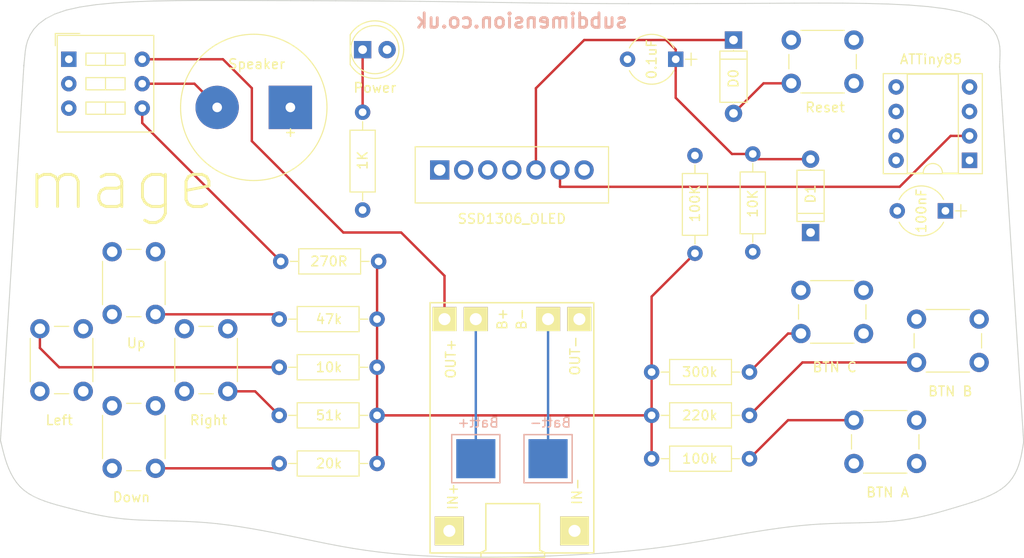
<source format=kicad_pcb>
(kicad_pcb (version 4) (host pcbnew 4.0.7)

  (general
    (links 71)
    (no_connects 44)
    (area 121.856959 34.842055 228.171381 92.785148)
    (thickness 1.6)
    (drawings 277)
    (tracks 58)
    (zones 0)
    (modules 31)
    (nets 25)
  )

  (page A4)
  (layers
    (0 F.Cu signal)
    (31 B.Cu signal)
    (32 B.Adhes user hide)
    (33 F.Adhes user hide)
    (34 B.Paste user hide)
    (35 F.Paste user hide)
    (36 B.SilkS user)
    (37 F.SilkS user)
    (38 B.Mask user hide)
    (39 F.Mask user hide)
    (40 Dwgs.User user hide)
    (41 Cmts.User user hide)
    (42 Eco1.User user hide)
    (43 Eco2.User user hide)
    (44 Edge.Cuts user)
    (45 Margin user hide)
    (46 B.CrtYd user hide)
    (47 F.CrtYd user hide)
    (48 B.Fab user hide)
    (49 F.Fab user hide)
  )

  (setup
    (last_trace_width 0.25)
    (trace_clearance 0.2)
    (zone_clearance 0.508)
    (zone_45_only yes)
    (trace_min 0.2)
    (segment_width 0.2)
    (edge_width 0.15)
    (via_size 0.6)
    (via_drill 0.4)
    (via_min_size 0.4)
    (via_min_drill 0.3)
    (uvia_size 0.3)
    (uvia_drill 0.1)
    (uvias_allowed no)
    (uvia_min_size 0.2)
    (uvia_min_drill 0.1)
    (pcb_text_width 0.3)
    (pcb_text_size 1.5 1.5)
    (mod_edge_width 0.15)
    (mod_text_size 1 1)
    (mod_text_width 0.15)
    (pad_size 1.524 1.524)
    (pad_drill 0.762)
    (pad_to_mask_clearance 0.2)
    (aux_axis_origin 0 0)
    (visible_elements 7FFFFFFF)
    (pcbplotparams
      (layerselection 0x00030_80000001)
      (usegerberextensions false)
      (excludeedgelayer true)
      (linewidth 0.100000)
      (plotframeref false)
      (viasonmask false)
      (mode 1)
      (useauxorigin false)
      (hpglpennumber 1)
      (hpglpenspeed 20)
      (hpglpendiameter 15)
      (hpglpenoverlay 2)
      (psnegative false)
      (psa4output false)
      (plotreference true)
      (plotvalue true)
      (plotinvisibletext false)
      (padsonsilk false)
      (subtractmaskfromsilk false)
      (outputformat 1)
      (mirror false)
      (drillshape 1)
      (scaleselection 1)
      (outputdirectory ""))
  )

  (net 0 "")
  (net 1 "Net-(BT1-Pad1)")
  (net 2 "Net-(BT1-Pad2)")
  (net 3 "Net-(BT1-Pad3)")
  (net 4 GND)
  (net 5 +5V)
  (net 6 "Net-(C1-Pad1)")
  (net 7 "Net-(D0-Pad2)")
  (net 8 "Net-(D2-Pad1)")
  (net 9 "Net-(LS1-Pad1)")
  (net 10 "Net-(LS1-Pad2)")
  (net 11 "Net-(R1-Pad1)")
  (net 12 "Net-(R1-Pad2)")
  (net 13 "Net-(R2-Pad2)")
  (net 14 "Net-(R3-Pad2)")
  (net 15 "Net-(R4-Pad2)")
  (net 16 "Net-(R5-Pad2)")
  (net 17 "Net-(R6-Pad2)")
  (net 18 "Net-(R7-Pad2)")
  (net 19 "Net-(R8-Pad1)")
  (net 20 "Net-(U1-Pad6)")
  (net 21 "Net-(U1-Pad7)")
  (net 22 "Net-(BT1-Pad5)")
  (net 23 "Net-(BT1-Pad4)")
  (net 24 "Net-(U1-Pad2)")

  (net_class Default "This is the default net class."
    (clearance 0.2)
    (trace_width 0.25)
    (via_dia 0.6)
    (via_drill 0.4)
    (uvia_dia 0.3)
    (uvia_drill 0.1)
    (add_net +5V)
    (add_net GND)
    (add_net "Net-(BT1-Pad1)")
    (add_net "Net-(BT1-Pad2)")
    (add_net "Net-(BT1-Pad3)")
    (add_net "Net-(BT1-Pad4)")
    (add_net "Net-(BT1-Pad5)")
    (add_net "Net-(C1-Pad1)")
    (add_net "Net-(D0-Pad2)")
    (add_net "Net-(D2-Pad1)")
    (add_net "Net-(LS1-Pad1)")
    (add_net "Net-(LS1-Pad2)")
    (add_net "Net-(R1-Pad1)")
    (add_net "Net-(R1-Pad2)")
    (add_net "Net-(R2-Pad2)")
    (add_net "Net-(R3-Pad2)")
    (add_net "Net-(R4-Pad2)")
    (add_net "Net-(R5-Pad2)")
    (add_net "Net-(R6-Pad2)")
    (add_net "Net-(R7-Pad2)")
    (add_net "Net-(R8-Pad1)")
    (add_net "Net-(U1-Pad2)")
    (add_net "Net-(U1-Pad6)")
    (add_net "Net-(U1-Pad7)")
  )

  (module "Custom Footprints:4056E_LiIon_loader" (layer F.Cu) (tedit 5AE18601) (tstamp 5ADF233E)
    (at 175 79 90)
    (path /5AE02402)
    (fp_text reference BT1 (at -1.266 1.13 90) (layer F.Fab) hide
      (effects (font (size 1 1) (thickness 0.15)))
    )
    (fp_text value Lipo (at 0.66 -3.46 90) (layer F.Fab) hide
      (effects (font (size 1 1) (thickness 0.15)))
    )
    (fp_line (start -13.29 8.5) (end 12.7 8.5) (layer F.SilkS) (width 0.15))
    (fp_line (start -13.3 -8.5) (end 12.7 -8.5) (layer F.SilkS) (width 0.15))
    (fp_line (start -13.77 3.36) (end -13.77 -3.19) (layer F.SilkS) (width 0.15))
    (fp_text user microUSB (at -9.438 0.086 90) (layer F.Fab) hide
      (effects (font (size 1 1) (thickness 0.15)))
    )
    (fp_line (start -13.756 3.388) (end -13.248 3.388) (layer F.SilkS) (width 0.15))
    (fp_line (start -13.248 3.388) (end -12.994 2.88) (layer F.SilkS) (width 0.15))
    (fp_line (start -12.994 2.88) (end -12.74 2.88) (layer F.SilkS) (width 0.15))
    (fp_line (start -13.756 -3.216) (end -13.248 -3.216) (layer F.SilkS) (width 0.15))
    (fp_line (start -13.248 -3.216) (end -12.994 -2.708) (layer F.SilkS) (width 0.15))
    (fp_line (start -12.994 -2.708) (end -8.168 -2.708) (layer F.SilkS) (width 0.15))
    (fp_line (start -8.168 -2.708) (end -8.168 2.88) (layer F.SilkS) (width 0.15))
    (fp_line (start -8.168 2.88) (end -12.74 2.88) (layer F.SilkS) (width 0.15))
    (fp_text user B- (at 11 1 90) (layer F.SilkS)
      (effects (font (size 1 1) (thickness 0.15)))
    )
    (fp_text user B+ (at 11 -1 90) (layer F.SilkS)
      (effects (font (size 1 1) (thickness 0.15)))
    )
    (fp_text user OUT- (at 7.19 6.556 90) (layer F.SilkS)
      (effects (font (size 1 1) (thickness 0.15)))
    )
    (fp_text user OUT+ (at 6.87 -6.348 90) (layer F.SilkS)
      (effects (font (size 1 1) (thickness 0.15)))
    )
    (fp_text user IN- (at -6.9 6.76 90) (layer F.SilkS)
      (effects (font (size 1 1) (thickness 0.15)))
    )
    (fp_text user IN+ (at -7.43 -6.13 90) (layer F.SilkS)
      (effects (font (size 1 1) (thickness 0.15)))
    )
    (fp_line (start -13.296 8.5) (end -13.296 -8.5) (layer F.SilkS) (width 0.15))
    (fp_line (start 12.706 -8.5) (end 12.706 8.5) (layer F.SilkS) (width 0.15))
    (pad 1 thru_hole rect (at -11 -6.5 90) (size 3 3) (drill 1.25) (layers *.Cu *.Mask F.SilkS)
      (net 1 "Net-(BT1-Pad1)"))
    (pad 2 thru_hole rect (at -11 6.5 90) (size 3 3) (drill 1.25) (layers *.Cu *.Mask F.SilkS)
      (net 2 "Net-(BT1-Pad2)"))
    (pad 6 thru_hole rect (at 11 7 90) (size 2.5 2.5) (drill 1.25) (layers *.Cu *.Mask F.SilkS)
      (net 4 GND))
    (pad 5 thru_hole rect (at 11 -7 90) (size 2.5 2.5) (drill 1.25) (layers *.Cu *.Mask F.SilkS)
      (net 22 "Net-(BT1-Pad5)"))
    (pad 3 thru_hole rect (at 11 -3.75 90) (size 2.5 2.5) (drill 1.25) (layers *.Cu *.Mask F.SilkS)
      (net 3 "Net-(BT1-Pad3)"))
    (pad 4 thru_hole rect (at 11 3.75 90) (size 2.5 2.5) (drill 1.25) (layers *.Cu *.Mask F.SilkS)
      (net 23 "Net-(BT1-Pad4)"))
  )

  (module Capacitors_THT:CP_Radial_Tantal_D5.0mm_P5.00mm (layer F.Cu) (tedit 5AE18785) (tstamp 5ADF2344)
    (at 220 56.75 180)
    (descr "CP, Radial_Tantal series, Radial, pin pitch=5.00mm, , diameter=5.0mm, Tantal Electrolytic Capacitor, http://cdn-reichelt.de/documents/datenblatt/B300/TANTAL-TB-Serie%23.pdf")
    (tags "CP Radial_Tantal series Radial pin pitch 5.00mm  diameter 5.0mm Tantal Electrolytic Capacitor")
    (path /5ADF20D8)
    (fp_text reference C0 (at 2.5 -3.81 180) (layer F.Fab) hide
      (effects (font (size 1 1) (thickness 0.15)))
    )
    (fp_text value 100nF (at 2.5 0 270) (layer F.SilkS)
      (effects (font (size 1 1) (thickness 0.15)))
    )
    (fp_arc (start 2.5 0) (end 0.19442 -1.18) (angle 125.8) (layer F.SilkS) (width 0.12))
    (fp_arc (start 2.5 0) (end 0.19442 1.18) (angle -125.8) (layer F.SilkS) (width 0.12))
    (fp_circle (center 2.5 0) (end 5 0) (layer F.Fab) (width 0.1))
    (fp_line (start -2.2 0) (end -1 0) (layer F.Fab) (width 0.1))
    (fp_line (start -1.6 -0.65) (end -1.6 0.65) (layer F.Fab) (width 0.1))
    (fp_line (start -2.2 0) (end -1 0) (layer F.SilkS) (width 0.12))
    (fp_line (start -1.6 -0.65) (end -1.6 0.65) (layer F.SilkS) (width 0.12))
    (fp_line (start -1.05 -2.85) (end -1.05 2.85) (layer F.CrtYd) (width 0.05))
    (fp_line (start -1.05 2.85) (end 6.05 2.85) (layer F.CrtYd) (width 0.05))
    (fp_line (start 6.05 2.85) (end 6.05 -2.85) (layer F.CrtYd) (width 0.05))
    (fp_line (start 6.05 -2.85) (end -1.05 -2.85) (layer F.CrtYd) (width 0.05))
    (fp_text user %R (at 2.5 0 180) (layer F.Fab)
      (effects (font (size 1 1) (thickness 0.15)))
    )
    (pad 1 thru_hole rect (at 0 0 180) (size 1.6 1.6) (drill 0.8) (layers *.Cu *.Mask)
      (net 4 GND))
    (pad 2 thru_hole circle (at 5 0 180) (size 1.6 1.6) (drill 0.8) (layers *.Cu *.Mask)
      (net 5 +5V))
    (model ${KISYS3DMOD}/Capacitors_THT.3dshapes/CP_Radial_Tantal_D5.0mm_P5.00mm.wrl
      (at (xyz 0 0 0))
      (scale (xyz 1 1 1))
      (rotate (xyz 0 0 0))
    )
  )

  (module Capacitors_THT:CP_Radial_Tantal_D5.0mm_P5.00mm (layer F.Cu) (tedit 5AE18795) (tstamp 5ADF234A)
    (at 192 41 180)
    (descr "CP, Radial_Tantal series, Radial, pin pitch=5.00mm, , diameter=5.0mm, Tantal Electrolytic Capacitor, http://cdn-reichelt.de/documents/datenblatt/B300/TANTAL-TB-Serie%23.pdf")
    (tags "CP Radial_Tantal series Radial pin pitch 5.00mm  diameter 5.0mm Tantal Electrolytic Capacitor")
    (path /5ADEFBB3)
    (fp_text reference C1 (at 2.5 -3.81 180) (layer F.Fab) hide
      (effects (font (size 1 1) (thickness 0.15)))
    )
    (fp_text value 0.1uF (at 2.5 0 270) (layer F.SilkS)
      (effects (font (size 1 1) (thickness 0.15)))
    )
    (fp_arc (start 2.5 0) (end 0.19442 -1.18) (angle 125.8) (layer F.SilkS) (width 0.12))
    (fp_arc (start 2.5 0) (end 0.19442 1.18) (angle -125.8) (layer F.SilkS) (width 0.12))
    (fp_circle (center 2.5 0) (end 5 0) (layer F.Fab) (width 0.1))
    (fp_line (start -2.2 0) (end -1 0) (layer F.Fab) (width 0.1))
    (fp_line (start -1.6 -0.65) (end -1.6 0.65) (layer F.Fab) (width 0.1))
    (fp_line (start -2.2 0) (end -1 0) (layer F.SilkS) (width 0.12))
    (fp_line (start -1.6 -0.65) (end -1.6 0.65) (layer F.SilkS) (width 0.12))
    (fp_line (start -1.05 -2.85) (end -1.05 2.85) (layer F.CrtYd) (width 0.05))
    (fp_line (start -1.05 2.85) (end 6.05 2.85) (layer F.CrtYd) (width 0.05))
    (fp_line (start 6.05 2.85) (end 6.05 -2.85) (layer F.CrtYd) (width 0.05))
    (fp_line (start 6.05 -2.85) (end -1.05 -2.85) (layer F.CrtYd) (width 0.05))
    (fp_text user %R (at 2.5 0 180) (layer F.Fab)
      (effects (font (size 1 1) (thickness 0.15)))
    )
    (pad 1 thru_hole rect (at 0 0 180) (size 1.6 1.6) (drill 0.8) (layers *.Cu *.Mask)
      (net 6 "Net-(C1-Pad1)"))
    (pad 2 thru_hole circle (at 5 0 180) (size 1.6 1.6) (drill 0.8) (layers *.Cu *.Mask)
      (net 4 GND))
    (model ${KISYS3DMOD}/Capacitors_THT.3dshapes/CP_Radial_Tantal_D5.0mm_P5.00mm.wrl
      (at (xyz 0 0 0))
      (scale (xyz 1 1 1))
      (rotate (xyz 0 0 0))
    )
  )

  (module Diodes_THT:D_A-405_P7.62mm_Horizontal (layer F.Cu) (tedit 5AE18790) (tstamp 5ADF2350)
    (at 198 39 270)
    (descr "D, A-405 series, Axial, Horizontal, pin pitch=7.62mm, , length*diameter=5.2*2.7mm^2, , http://www.diodes.com/_files/packages/A-405.pdf")
    (tags "D A-405 series Axial Horizontal pin pitch 7.62mm  length 5.2mm diameter 2.7mm")
    (path /5ADF1ECD)
    (fp_text reference D0 (at 4 0 270) (layer F.SilkS)
      (effects (font (size 1 1) (thickness 0.15)))
    )
    (fp_text value D_ALT (at 3.81 2.41 270) (layer F.Fab) hide
      (effects (font (size 1 1) (thickness 0.15)))
    )
    (fp_text user %R (at 3.81 0 270) (layer F.Fab)
      (effects (font (size 1 1) (thickness 0.15)))
    )
    (fp_line (start 1.21 -1.35) (end 1.21 1.35) (layer F.Fab) (width 0.1))
    (fp_line (start 1.21 1.35) (end 6.41 1.35) (layer F.Fab) (width 0.1))
    (fp_line (start 6.41 1.35) (end 6.41 -1.35) (layer F.Fab) (width 0.1))
    (fp_line (start 6.41 -1.35) (end 1.21 -1.35) (layer F.Fab) (width 0.1))
    (fp_line (start 0 0) (end 1.21 0) (layer F.Fab) (width 0.1))
    (fp_line (start 7.62 0) (end 6.41 0) (layer F.Fab) (width 0.1))
    (fp_line (start 1.99 -1.35) (end 1.99 1.35) (layer F.Fab) (width 0.1))
    (fp_line (start 1.15 -1.41) (end 1.15 1.41) (layer F.SilkS) (width 0.12))
    (fp_line (start 1.15 1.41) (end 6.47 1.41) (layer F.SilkS) (width 0.12))
    (fp_line (start 6.47 1.41) (end 6.47 -1.41) (layer F.SilkS) (width 0.12))
    (fp_line (start 6.47 -1.41) (end 1.15 -1.41) (layer F.SilkS) (width 0.12))
    (fp_line (start 1.08 0) (end 1.15 0) (layer F.SilkS) (width 0.12))
    (fp_line (start 6.54 0) (end 6.47 0) (layer F.SilkS) (width 0.12))
    (fp_line (start 1.99 -1.41) (end 1.99 1.41) (layer F.SilkS) (width 0.12))
    (fp_line (start -1.15 -1.7) (end -1.15 1.7) (layer F.CrtYd) (width 0.05))
    (fp_line (start -1.15 1.7) (end 8.8 1.7) (layer F.CrtYd) (width 0.05))
    (fp_line (start 8.8 1.7) (end 8.8 -1.7) (layer F.CrtYd) (width 0.05))
    (fp_line (start 8.8 -1.7) (end -1.15 -1.7) (layer F.CrtYd) (width 0.05))
    (pad 1 thru_hole rect (at 0 0 270) (size 1.8 1.8) (drill 0.9) (layers *.Cu *.Mask)
      (net 6 "Net-(C1-Pad1)"))
    (pad 2 thru_hole oval (at 7.62 0 270) (size 1.8 1.8) (drill 0.9) (layers *.Cu *.Mask)
      (net 7 "Net-(D0-Pad2)"))
    (model ${KISYS3DMOD}/Diodes_THT.3dshapes/D_A-405_P7.62mm_Horizontal.wrl
      (at (xyz 0 0 0))
      (scale (xyz 0.393701 0.393701 0.393701))
      (rotate (xyz 0 0 0))
    )
  )

  (module Diodes_THT:D_A-405_P7.62mm_Horizontal (layer F.Cu) (tedit 5AE1867D) (tstamp 5ADF2356)
    (at 206 59 90)
    (descr "D, A-405 series, Axial, Horizontal, pin pitch=7.62mm, , length*diameter=5.2*2.7mm^2, , http://www.diodes.com/_files/packages/A-405.pdf")
    (tags "D A-405 series Axial Horizontal pin pitch 7.62mm  length 5.2mm diameter 2.7mm")
    (path /5ADEFD9E)
    (fp_text reference D1 (at 4 0 90) (layer F.SilkS)
      (effects (font (size 1 1) (thickness 0.15)))
    )
    (fp_text value D_ALT (at 3.81 2.41 90) (layer F.Fab) hide
      (effects (font (size 1 1) (thickness 0.15)))
    )
    (fp_text user %R (at 3.81 0 90) (layer F.Fab)
      (effects (font (size 1 1) (thickness 0.15)))
    )
    (fp_line (start 1.21 -1.35) (end 1.21 1.35) (layer F.Fab) (width 0.1))
    (fp_line (start 1.21 1.35) (end 6.41 1.35) (layer F.Fab) (width 0.1))
    (fp_line (start 6.41 1.35) (end 6.41 -1.35) (layer F.Fab) (width 0.1))
    (fp_line (start 6.41 -1.35) (end 1.21 -1.35) (layer F.Fab) (width 0.1))
    (fp_line (start 0 0) (end 1.21 0) (layer F.Fab) (width 0.1))
    (fp_line (start 7.62 0) (end 6.41 0) (layer F.Fab) (width 0.1))
    (fp_line (start 1.99 -1.35) (end 1.99 1.35) (layer F.Fab) (width 0.1))
    (fp_line (start 1.15 -1.41) (end 1.15 1.41) (layer F.SilkS) (width 0.12))
    (fp_line (start 1.15 1.41) (end 6.47 1.41) (layer F.SilkS) (width 0.12))
    (fp_line (start 6.47 1.41) (end 6.47 -1.41) (layer F.SilkS) (width 0.12))
    (fp_line (start 6.47 -1.41) (end 1.15 -1.41) (layer F.SilkS) (width 0.12))
    (fp_line (start 1.08 0) (end 1.15 0) (layer F.SilkS) (width 0.12))
    (fp_line (start 6.54 0) (end 6.47 0) (layer F.SilkS) (width 0.12))
    (fp_line (start 1.99 -1.41) (end 1.99 1.41) (layer F.SilkS) (width 0.12))
    (fp_line (start -1.15 -1.7) (end -1.15 1.7) (layer F.CrtYd) (width 0.05))
    (fp_line (start -1.15 1.7) (end 8.8 1.7) (layer F.CrtYd) (width 0.05))
    (fp_line (start 8.8 1.7) (end 8.8 -1.7) (layer F.CrtYd) (width 0.05))
    (fp_line (start 8.8 -1.7) (end -1.15 -1.7) (layer F.CrtYd) (width 0.05))
    (pad 1 thru_hole rect (at 0 0 90) (size 1.8 1.8) (drill 0.9) (layers *.Cu *.Mask)
      (net 5 +5V))
    (pad 2 thru_hole oval (at 7.62 0 90) (size 1.8 1.8) (drill 0.9) (layers *.Cu *.Mask)
      (net 6 "Net-(C1-Pad1)"))
    (model ${KISYS3DMOD}/Diodes_THT.3dshapes/D_A-405_P7.62mm_Horizontal.wrl
      (at (xyz 0 0 0))
      (scale (xyz 0.393701 0.393701 0.393701))
      (rotate (xyz 0 0 0))
    )
  )

  (module Buttons_Switches_THT:SW_PUSH_6mm_h5mm (layer F.Cu) (tedit 5AE1878C) (tstamp 5ADF23B6)
    (at 204 39)
    (descr "tactile push button, 6x6mm e.g. PHAP33xx series, height=5mm")
    (tags "tact sw push 6mm")
    (path /5ADF1FBC)
    (fp_text reference SW0 (at 3.25 -2) (layer F.Fab) hide
      (effects (font (size 1 1) (thickness 0.15)))
    )
    (fp_text value Reset (at 3.5 7) (layer F.SilkS)
      (effects (font (size 1 1) (thickness 0.15)))
    )
    (fp_text user %R (at 3.25 2.25) (layer F.Fab)
      (effects (font (size 1 1) (thickness 0.15)))
    )
    (fp_line (start 3.25 -0.75) (end 6.25 -0.75) (layer F.Fab) (width 0.1))
    (fp_line (start 6.25 -0.75) (end 6.25 5.25) (layer F.Fab) (width 0.1))
    (fp_line (start 6.25 5.25) (end 0.25 5.25) (layer F.Fab) (width 0.1))
    (fp_line (start 0.25 5.25) (end 0.25 -0.75) (layer F.Fab) (width 0.1))
    (fp_line (start 0.25 -0.75) (end 3.25 -0.75) (layer F.Fab) (width 0.1))
    (fp_line (start 7.75 6) (end 8 6) (layer F.CrtYd) (width 0.05))
    (fp_line (start 8 6) (end 8 5.75) (layer F.CrtYd) (width 0.05))
    (fp_line (start 7.75 -1.5) (end 8 -1.5) (layer F.CrtYd) (width 0.05))
    (fp_line (start 8 -1.5) (end 8 -1.25) (layer F.CrtYd) (width 0.05))
    (fp_line (start -1.5 -1.25) (end -1.5 -1.5) (layer F.CrtYd) (width 0.05))
    (fp_line (start -1.5 -1.5) (end -1.25 -1.5) (layer F.CrtYd) (width 0.05))
    (fp_line (start -1.5 5.75) (end -1.5 6) (layer F.CrtYd) (width 0.05))
    (fp_line (start -1.5 6) (end -1.25 6) (layer F.CrtYd) (width 0.05))
    (fp_line (start -1.25 -1.5) (end 7.75 -1.5) (layer F.CrtYd) (width 0.05))
    (fp_line (start -1.5 5.75) (end -1.5 -1.25) (layer F.CrtYd) (width 0.05))
    (fp_line (start 7.75 6) (end -1.25 6) (layer F.CrtYd) (width 0.05))
    (fp_line (start 8 -1.25) (end 8 5.75) (layer F.CrtYd) (width 0.05))
    (fp_line (start 1 5.5) (end 5.5 5.5) (layer F.SilkS) (width 0.12))
    (fp_line (start -0.25 1.5) (end -0.25 3) (layer F.SilkS) (width 0.12))
    (fp_line (start 5.5 -1) (end 1 -1) (layer F.SilkS) (width 0.12))
    (fp_line (start 6.75 3) (end 6.75 1.5) (layer F.SilkS) (width 0.12))
    (fp_circle (center 3.25 2.25) (end 1.25 2.5) (layer F.Fab) (width 0.1))
    (pad 2 thru_hole circle (at 0 4.5 90) (size 2 2) (drill 1.1) (layers *.Cu *.Mask)
      (net 7 "Net-(D0-Pad2)"))
    (pad 1 thru_hole circle (at 0 0 90) (size 2 2) (drill 1.1) (layers *.Cu *.Mask)
      (net 4 GND))
    (pad 2 thru_hole circle (at 6.5 4.5 90) (size 2 2) (drill 1.1) (layers *.Cu *.Mask)
      (net 7 "Net-(D0-Pad2)"))
    (pad 1 thru_hole circle (at 6.5 0 90) (size 2 2) (drill 1.1) (layers *.Cu *.Mask)
      (net 4 GND))
    (model ${KISYS3DMOD}/Buttons_Switches_THT.3dshapes/SW_PUSH_6mm_h5mm.wrl
      (at (xyz 0.005 0 0))
      (scale (xyz 0.3937 0.3937 0.3937))
      (rotate (xyz 0 0 0))
    )
  )

  (module Buttons_Switches_THT:SW_PUSH_6mm_h5mm (layer F.Cu) (tedit 5AE18990) (tstamp 5ADF23BE)
    (at 133.5 67.5 90)
    (descr "tactile push button, 6x6mm e.g. PHAP33xx series, height=5mm")
    (tags "tact sw push 6mm")
    (path /5ADF012F)
    (fp_text reference SW1 (at 3.25 -2 90) (layer F.Fab) hide
      (effects (font (size 1 1) (thickness 0.15)))
    )
    (fp_text value Up (at -3 2.5 180) (layer F.SilkS)
      (effects (font (size 1 1) (thickness 0.15)))
    )
    (fp_text user %R (at 3.25 2.25 90) (layer F.Fab)
      (effects (font (size 1 1) (thickness 0.15)))
    )
    (fp_line (start 3.25 -0.75) (end 6.25 -0.75) (layer F.Fab) (width 0.1))
    (fp_line (start 6.25 -0.75) (end 6.25 5.25) (layer F.Fab) (width 0.1))
    (fp_line (start 6.25 5.25) (end 0.25 5.25) (layer F.Fab) (width 0.1))
    (fp_line (start 0.25 5.25) (end 0.25 -0.75) (layer F.Fab) (width 0.1))
    (fp_line (start 0.25 -0.75) (end 3.25 -0.75) (layer F.Fab) (width 0.1))
    (fp_line (start 7.75 6) (end 8 6) (layer F.CrtYd) (width 0.05))
    (fp_line (start 8 6) (end 8 5.75) (layer F.CrtYd) (width 0.05))
    (fp_line (start 7.75 -1.5) (end 8 -1.5) (layer F.CrtYd) (width 0.05))
    (fp_line (start 8 -1.5) (end 8 -1.25) (layer F.CrtYd) (width 0.05))
    (fp_line (start -1.5 -1.25) (end -1.5 -1.5) (layer F.CrtYd) (width 0.05))
    (fp_line (start -1.5 -1.5) (end -1.25 -1.5) (layer F.CrtYd) (width 0.05))
    (fp_line (start -1.5 5.75) (end -1.5 6) (layer F.CrtYd) (width 0.05))
    (fp_line (start -1.5 6) (end -1.25 6) (layer F.CrtYd) (width 0.05))
    (fp_line (start -1.25 -1.5) (end 7.75 -1.5) (layer F.CrtYd) (width 0.05))
    (fp_line (start -1.5 5.75) (end -1.5 -1.25) (layer F.CrtYd) (width 0.05))
    (fp_line (start 7.75 6) (end -1.25 6) (layer F.CrtYd) (width 0.05))
    (fp_line (start 8 -1.25) (end 8 5.75) (layer F.CrtYd) (width 0.05))
    (fp_line (start 1 5.5) (end 5.5 5.5) (layer F.SilkS) (width 0.12))
    (fp_line (start -0.25 1.5) (end -0.25 3) (layer F.SilkS) (width 0.12))
    (fp_line (start 5.5 -1) (end 1 -1) (layer F.SilkS) (width 0.12))
    (fp_line (start 6.75 3) (end 6.75 1.5) (layer F.SilkS) (width 0.12))
    (fp_circle (center 3.25 2.25) (end 1.25 2.5) (layer F.Fab) (width 0.1))
    (pad 2 thru_hole circle (at 0 4.5 180) (size 2 2) (drill 1.1) (layers *.Cu *.Mask)
      (net 12 "Net-(R1-Pad2)"))
    (pad 1 thru_hole circle (at 0 0 180) (size 2 2) (drill 1.1) (layers *.Cu *.Mask)
      (net 5 +5V))
    (pad 2 thru_hole circle (at 6.5 4.5 180) (size 2 2) (drill 1.1) (layers *.Cu *.Mask)
      (net 12 "Net-(R1-Pad2)"))
    (pad 1 thru_hole circle (at 6.5 0 180) (size 2 2) (drill 1.1) (layers *.Cu *.Mask)
      (net 5 +5V))
    (model ${KISYS3DMOD}/Buttons_Switches_THT.3dshapes/SW_PUSH_6mm_h5mm.wrl
      (at (xyz 0.005 0 0))
      (scale (xyz 0.3937 0.3937 0.3937))
      (rotate (xyz 0 0 0))
    )
  )

  (module Buttons_Switches_THT:SW_PUSH_6mm_h5mm (layer F.Cu) (tedit 5AE18982) (tstamp 5ADF23C6)
    (at 133.5 83.5 90)
    (descr "tactile push button, 6x6mm e.g. PHAP33xx series, height=5mm")
    (tags "tact sw push 6mm")
    (path /5ADF0194)
    (fp_text reference SW2 (at 3.25 -2 90) (layer F.Fab) hide
      (effects (font (size 1 1) (thickness 0.15)))
    )
    (fp_text value Down (at -3 2 180) (layer F.SilkS)
      (effects (font (size 1 1) (thickness 0.15)))
    )
    (fp_text user %R (at 3.25 2.25 90) (layer F.Fab)
      (effects (font (size 1 1) (thickness 0.15)))
    )
    (fp_line (start 3.25 -0.75) (end 6.25 -0.75) (layer F.Fab) (width 0.1))
    (fp_line (start 6.25 -0.75) (end 6.25 5.25) (layer F.Fab) (width 0.1))
    (fp_line (start 6.25 5.25) (end 0.25 5.25) (layer F.Fab) (width 0.1))
    (fp_line (start 0.25 5.25) (end 0.25 -0.75) (layer F.Fab) (width 0.1))
    (fp_line (start 0.25 -0.75) (end 3.25 -0.75) (layer F.Fab) (width 0.1))
    (fp_line (start 7.75 6) (end 8 6) (layer F.CrtYd) (width 0.05))
    (fp_line (start 8 6) (end 8 5.75) (layer F.CrtYd) (width 0.05))
    (fp_line (start 7.75 -1.5) (end 8 -1.5) (layer F.CrtYd) (width 0.05))
    (fp_line (start 8 -1.5) (end 8 -1.25) (layer F.CrtYd) (width 0.05))
    (fp_line (start -1.5 -1.25) (end -1.5 -1.5) (layer F.CrtYd) (width 0.05))
    (fp_line (start -1.5 -1.5) (end -1.25 -1.5) (layer F.CrtYd) (width 0.05))
    (fp_line (start -1.5 5.75) (end -1.5 6) (layer F.CrtYd) (width 0.05))
    (fp_line (start -1.5 6) (end -1.25 6) (layer F.CrtYd) (width 0.05))
    (fp_line (start -1.25 -1.5) (end 7.75 -1.5) (layer F.CrtYd) (width 0.05))
    (fp_line (start -1.5 5.75) (end -1.5 -1.25) (layer F.CrtYd) (width 0.05))
    (fp_line (start 7.75 6) (end -1.25 6) (layer F.CrtYd) (width 0.05))
    (fp_line (start 8 -1.25) (end 8 5.75) (layer F.CrtYd) (width 0.05))
    (fp_line (start 1 5.5) (end 5.5 5.5) (layer F.SilkS) (width 0.12))
    (fp_line (start -0.25 1.5) (end -0.25 3) (layer F.SilkS) (width 0.12))
    (fp_line (start 5.5 -1) (end 1 -1) (layer F.SilkS) (width 0.12))
    (fp_line (start 6.75 3) (end 6.75 1.5) (layer F.SilkS) (width 0.12))
    (fp_circle (center 3.25 2.25) (end 1.25 2.5) (layer F.Fab) (width 0.1))
    (pad 2 thru_hole circle (at 0 4.5 180) (size 2 2) (drill 1.1) (layers *.Cu *.Mask)
      (net 13 "Net-(R2-Pad2)"))
    (pad 1 thru_hole circle (at 0 0 180) (size 2 2) (drill 1.1) (layers *.Cu *.Mask)
      (net 5 +5V))
    (pad 2 thru_hole circle (at 6.5 4.5 180) (size 2 2) (drill 1.1) (layers *.Cu *.Mask)
      (net 13 "Net-(R2-Pad2)"))
    (pad 1 thru_hole circle (at 6.5 0 180) (size 2 2) (drill 1.1) (layers *.Cu *.Mask)
      (net 5 +5V))
    (model ${KISYS3DMOD}/Buttons_Switches_THT.3dshapes/SW_PUSH_6mm_h5mm.wrl
      (at (xyz 0.005 0 0))
      (scale (xyz 0.3937 0.3937 0.3937))
      (rotate (xyz 0 0 0))
    )
  )

  (module Buttons_Switches_THT:SW_PUSH_6mm_h5mm (layer F.Cu) (tedit 5AE1898C) (tstamp 5ADF23CE)
    (at 130.5 69 270)
    (descr "tactile push button, 6x6mm e.g. PHAP33xx series, height=5mm")
    (tags "tact sw push 6mm")
    (path /5ADF01EB)
    (fp_text reference SW3 (at 3.25 -2 270) (layer F.Fab) hide
      (effects (font (size 1 1) (thickness 0.15)))
    )
    (fp_text value Left (at 9.5 2.5 360) (layer F.SilkS)
      (effects (font (size 1 1) (thickness 0.15)))
    )
    (fp_text user %R (at 3.25 2.25 270) (layer F.Fab)
      (effects (font (size 1 1) (thickness 0.15)))
    )
    (fp_line (start 3.25 -0.75) (end 6.25 -0.75) (layer F.Fab) (width 0.1))
    (fp_line (start 6.25 -0.75) (end 6.25 5.25) (layer F.Fab) (width 0.1))
    (fp_line (start 6.25 5.25) (end 0.25 5.25) (layer F.Fab) (width 0.1))
    (fp_line (start 0.25 5.25) (end 0.25 -0.75) (layer F.Fab) (width 0.1))
    (fp_line (start 0.25 -0.75) (end 3.25 -0.75) (layer F.Fab) (width 0.1))
    (fp_line (start 7.75 6) (end 8 6) (layer F.CrtYd) (width 0.05))
    (fp_line (start 8 6) (end 8 5.75) (layer F.CrtYd) (width 0.05))
    (fp_line (start 7.75 -1.5) (end 8 -1.5) (layer F.CrtYd) (width 0.05))
    (fp_line (start 8 -1.5) (end 8 -1.25) (layer F.CrtYd) (width 0.05))
    (fp_line (start -1.5 -1.25) (end -1.5 -1.5) (layer F.CrtYd) (width 0.05))
    (fp_line (start -1.5 -1.5) (end -1.25 -1.5) (layer F.CrtYd) (width 0.05))
    (fp_line (start -1.5 5.75) (end -1.5 6) (layer F.CrtYd) (width 0.05))
    (fp_line (start -1.5 6) (end -1.25 6) (layer F.CrtYd) (width 0.05))
    (fp_line (start -1.25 -1.5) (end 7.75 -1.5) (layer F.CrtYd) (width 0.05))
    (fp_line (start -1.5 5.75) (end -1.5 -1.25) (layer F.CrtYd) (width 0.05))
    (fp_line (start 7.75 6) (end -1.25 6) (layer F.CrtYd) (width 0.05))
    (fp_line (start 8 -1.25) (end 8 5.75) (layer F.CrtYd) (width 0.05))
    (fp_line (start 1 5.5) (end 5.5 5.5) (layer F.SilkS) (width 0.12))
    (fp_line (start -0.25 1.5) (end -0.25 3) (layer F.SilkS) (width 0.12))
    (fp_line (start 5.5 -1) (end 1 -1) (layer F.SilkS) (width 0.12))
    (fp_line (start 6.75 3) (end 6.75 1.5) (layer F.SilkS) (width 0.12))
    (fp_circle (center 3.25 2.25) (end 1.25 2.5) (layer F.Fab) (width 0.1))
    (pad 2 thru_hole circle (at 0 4.5) (size 2 2) (drill 1.1) (layers *.Cu *.Mask)
      (net 14 "Net-(R3-Pad2)"))
    (pad 1 thru_hole circle (at 0 0) (size 2 2) (drill 1.1) (layers *.Cu *.Mask)
      (net 5 +5V))
    (pad 2 thru_hole circle (at 6.5 4.5) (size 2 2) (drill 1.1) (layers *.Cu *.Mask)
      (net 14 "Net-(R3-Pad2)"))
    (pad 1 thru_hole circle (at 6.5 0) (size 2 2) (drill 1.1) (layers *.Cu *.Mask)
      (net 5 +5V))
    (model ${KISYS3DMOD}/Buttons_Switches_THT.3dshapes/SW_PUSH_6mm_h5mm.wrl
      (at (xyz 0.005 0 0))
      (scale (xyz 0.3937 0.3937 0.3937))
      (rotate (xyz 0 0 0))
    )
  )

  (module Buttons_Switches_THT:SW_PUSH_6mm_h5mm (layer F.Cu) (tedit 5AE18988) (tstamp 5ADF23D6)
    (at 141 75.5 90)
    (descr "tactile push button, 6x6mm e.g. PHAP33xx series, height=5mm")
    (tags "tact sw push 6mm")
    (path /5ADF0255)
    (fp_text reference SW4 (at 3.25 -2 90) (layer F.Fab) hide
      (effects (font (size 1 1) (thickness 0.15)))
    )
    (fp_text value Right (at -3 2.5 180) (layer F.SilkS)
      (effects (font (size 1 1) (thickness 0.15)))
    )
    (fp_text user %R (at 3.25 2.25 90) (layer F.Fab)
      (effects (font (size 1 1) (thickness 0.15)))
    )
    (fp_line (start 3.25 -0.75) (end 6.25 -0.75) (layer F.Fab) (width 0.1))
    (fp_line (start 6.25 -0.75) (end 6.25 5.25) (layer F.Fab) (width 0.1))
    (fp_line (start 6.25 5.25) (end 0.25 5.25) (layer F.Fab) (width 0.1))
    (fp_line (start 0.25 5.25) (end 0.25 -0.75) (layer F.Fab) (width 0.1))
    (fp_line (start 0.25 -0.75) (end 3.25 -0.75) (layer F.Fab) (width 0.1))
    (fp_line (start 7.75 6) (end 8 6) (layer F.CrtYd) (width 0.05))
    (fp_line (start 8 6) (end 8 5.75) (layer F.CrtYd) (width 0.05))
    (fp_line (start 7.75 -1.5) (end 8 -1.5) (layer F.CrtYd) (width 0.05))
    (fp_line (start 8 -1.5) (end 8 -1.25) (layer F.CrtYd) (width 0.05))
    (fp_line (start -1.5 -1.25) (end -1.5 -1.5) (layer F.CrtYd) (width 0.05))
    (fp_line (start -1.5 -1.5) (end -1.25 -1.5) (layer F.CrtYd) (width 0.05))
    (fp_line (start -1.5 5.75) (end -1.5 6) (layer F.CrtYd) (width 0.05))
    (fp_line (start -1.5 6) (end -1.25 6) (layer F.CrtYd) (width 0.05))
    (fp_line (start -1.25 -1.5) (end 7.75 -1.5) (layer F.CrtYd) (width 0.05))
    (fp_line (start -1.5 5.75) (end -1.5 -1.25) (layer F.CrtYd) (width 0.05))
    (fp_line (start 7.75 6) (end -1.25 6) (layer F.CrtYd) (width 0.05))
    (fp_line (start 8 -1.25) (end 8 5.75) (layer F.CrtYd) (width 0.05))
    (fp_line (start 1 5.5) (end 5.5 5.5) (layer F.SilkS) (width 0.12))
    (fp_line (start -0.25 1.5) (end -0.25 3) (layer F.SilkS) (width 0.12))
    (fp_line (start 5.5 -1) (end 1 -1) (layer F.SilkS) (width 0.12))
    (fp_line (start 6.75 3) (end 6.75 1.5) (layer F.SilkS) (width 0.12))
    (fp_circle (center 3.25 2.25) (end 1.25 2.5) (layer F.Fab) (width 0.1))
    (pad 2 thru_hole circle (at 0 4.5 180) (size 2 2) (drill 1.1) (layers *.Cu *.Mask)
      (net 15 "Net-(R4-Pad2)"))
    (pad 1 thru_hole circle (at 0 0 180) (size 2 2) (drill 1.1) (layers *.Cu *.Mask)
      (net 5 +5V))
    (pad 2 thru_hole circle (at 6.5 4.5 180) (size 2 2) (drill 1.1) (layers *.Cu *.Mask)
      (net 15 "Net-(R4-Pad2)"))
    (pad 1 thru_hole circle (at 6.5 0 180) (size 2 2) (drill 1.1) (layers *.Cu *.Mask)
      (net 5 +5V))
    (model ${KISYS3DMOD}/Buttons_Switches_THT.3dshapes/SW_PUSH_6mm_h5mm.wrl
      (at (xyz 0.005 0 0))
      (scale (xyz 0.3937 0.3937 0.3937))
      (rotate (xyz 0 0 0))
    )
  )

  (module Buttons_Switches_THT:SW_PUSH_6mm_h5mm (layer F.Cu) (tedit 5AE1897A) (tstamp 5ADF23DE)
    (at 217 83 180)
    (descr "tactile push button, 6x6mm e.g. PHAP33xx series, height=5mm")
    (tags "tact sw push 6mm")
    (path /5ADF02A9)
    (fp_text reference SW5 (at 3.5 6.5 180) (layer F.Fab) hide
      (effects (font (size 1 1) (thickness 0.15)))
    )
    (fp_text value "BTN A" (at 3 -3 180) (layer F.SilkS)
      (effects (font (size 1 1) (thickness 0.15)))
    )
    (fp_text user %R (at 3.25 2.25 180) (layer F.Fab)
      (effects (font (size 1 1) (thickness 0.15)))
    )
    (fp_line (start 3.25 -0.75) (end 6.25 -0.75) (layer F.Fab) (width 0.1))
    (fp_line (start 6.25 -0.75) (end 6.25 5.25) (layer F.Fab) (width 0.1))
    (fp_line (start 6.25 5.25) (end 0.25 5.25) (layer F.Fab) (width 0.1))
    (fp_line (start 0.25 5.25) (end 0.25 -0.75) (layer F.Fab) (width 0.1))
    (fp_line (start 0.25 -0.75) (end 3.25 -0.75) (layer F.Fab) (width 0.1))
    (fp_line (start 7.75 6) (end 8 6) (layer F.CrtYd) (width 0.05))
    (fp_line (start 8 6) (end 8 5.75) (layer F.CrtYd) (width 0.05))
    (fp_line (start 7.75 -1.5) (end 8 -1.5) (layer F.CrtYd) (width 0.05))
    (fp_line (start 8 -1.5) (end 8 -1.25) (layer F.CrtYd) (width 0.05))
    (fp_line (start -1.5 -1.25) (end -1.5 -1.5) (layer F.CrtYd) (width 0.05))
    (fp_line (start -1.5 -1.5) (end -1.25 -1.5) (layer F.CrtYd) (width 0.05))
    (fp_line (start -1.5 5.75) (end -1.5 6) (layer F.CrtYd) (width 0.05))
    (fp_line (start -1.5 6) (end -1.25 6) (layer F.CrtYd) (width 0.05))
    (fp_line (start -1.25 -1.5) (end 7.75 -1.5) (layer F.CrtYd) (width 0.05))
    (fp_line (start -1.5 5.75) (end -1.5 -1.25) (layer F.CrtYd) (width 0.05))
    (fp_line (start 7.75 6) (end -1.25 6) (layer F.CrtYd) (width 0.05))
    (fp_line (start 8 -1.25) (end 8 5.75) (layer F.CrtYd) (width 0.05))
    (fp_line (start 1 5.5) (end 5.5 5.5) (layer F.SilkS) (width 0.12))
    (fp_line (start -0.25 1.5) (end -0.25 3) (layer F.SilkS) (width 0.12))
    (fp_line (start 5.5 -1) (end 1 -1) (layer F.SilkS) (width 0.12))
    (fp_line (start 6.75 3) (end 6.75 1.5) (layer F.SilkS) (width 0.12))
    (fp_circle (center 3.25 2.25) (end 1.25 2.5) (layer F.Fab) (width 0.1))
    (pad 2 thru_hole circle (at 0 4.5 270) (size 2 2) (drill 1.1) (layers *.Cu *.Mask)
      (net 16 "Net-(R5-Pad2)"))
    (pad 1 thru_hole circle (at 0 0 270) (size 2 2) (drill 1.1) (layers *.Cu *.Mask)
      (net 5 +5V))
    (pad 2 thru_hole circle (at 6.5 4.5 270) (size 2 2) (drill 1.1) (layers *.Cu *.Mask)
      (net 16 "Net-(R5-Pad2)"))
    (pad 1 thru_hole circle (at 6.5 0 270) (size 2 2) (drill 1.1) (layers *.Cu *.Mask)
      (net 5 +5V))
    (model ${KISYS3DMOD}/Buttons_Switches_THT.3dshapes/SW_PUSH_6mm_h5mm.wrl
      (at (xyz 0.005 0 0))
      (scale (xyz 0.3937 0.3937 0.3937))
      (rotate (xyz 0 0 0))
    )
  )

  (module Buttons_Switches_THT:SW_PUSH_6mm_h5mm (layer F.Cu) (tedit 5AE18967) (tstamp 5ADF23E6)
    (at 217 68)
    (descr "tactile push button, 6x6mm e.g. PHAP33xx series, height=5mm")
    (tags "tact sw push 6mm")
    (path /5ADF02FB)
    (fp_text reference SW6 (at 3.25 -2) (layer F.Fab) hide
      (effects (font (size 1 1) (thickness 0.15)))
    )
    (fp_text value "BTN B" (at 3.5 7.5) (layer F.SilkS)
      (effects (font (size 1 1) (thickness 0.15)))
    )
    (fp_text user %R (at 3.25 2.25) (layer F.Fab)
      (effects (font (size 1 1) (thickness 0.15)))
    )
    (fp_line (start 3.25 -0.75) (end 6.25 -0.75) (layer F.Fab) (width 0.1))
    (fp_line (start 6.25 -0.75) (end 6.25 5.25) (layer F.Fab) (width 0.1))
    (fp_line (start 6.25 5.25) (end 0.25 5.25) (layer F.Fab) (width 0.1))
    (fp_line (start 0.25 5.25) (end 0.25 -0.75) (layer F.Fab) (width 0.1))
    (fp_line (start 0.25 -0.75) (end 3.25 -0.75) (layer F.Fab) (width 0.1))
    (fp_line (start 7.75 6) (end 8 6) (layer F.CrtYd) (width 0.05))
    (fp_line (start 8 6) (end 8 5.75) (layer F.CrtYd) (width 0.05))
    (fp_line (start 7.75 -1.5) (end 8 -1.5) (layer F.CrtYd) (width 0.05))
    (fp_line (start 8 -1.5) (end 8 -1.25) (layer F.CrtYd) (width 0.05))
    (fp_line (start -1.5 -1.25) (end -1.5 -1.5) (layer F.CrtYd) (width 0.05))
    (fp_line (start -1.5 -1.5) (end -1.25 -1.5) (layer F.CrtYd) (width 0.05))
    (fp_line (start -1.5 5.75) (end -1.5 6) (layer F.CrtYd) (width 0.05))
    (fp_line (start -1.5 6) (end -1.25 6) (layer F.CrtYd) (width 0.05))
    (fp_line (start -1.25 -1.5) (end 7.75 -1.5) (layer F.CrtYd) (width 0.05))
    (fp_line (start -1.5 5.75) (end -1.5 -1.25) (layer F.CrtYd) (width 0.05))
    (fp_line (start 7.75 6) (end -1.25 6) (layer F.CrtYd) (width 0.05))
    (fp_line (start 8 -1.25) (end 8 5.75) (layer F.CrtYd) (width 0.05))
    (fp_line (start 1 5.5) (end 5.5 5.5) (layer F.SilkS) (width 0.12))
    (fp_line (start -0.25 1.5) (end -0.25 3) (layer F.SilkS) (width 0.12))
    (fp_line (start 5.5 -1) (end 1 -1) (layer F.SilkS) (width 0.12))
    (fp_line (start 6.75 3) (end 6.75 1.5) (layer F.SilkS) (width 0.12))
    (fp_circle (center 3.25 2.25) (end 1.25 2.5) (layer F.Fab) (width 0.1))
    (pad 2 thru_hole circle (at 0 4.5 90) (size 2 2) (drill 1.1) (layers *.Cu *.Mask)
      (net 17 "Net-(R6-Pad2)"))
    (pad 1 thru_hole circle (at 0 0 90) (size 2 2) (drill 1.1) (layers *.Cu *.Mask)
      (net 5 +5V))
    (pad 2 thru_hole circle (at 6.5 4.5 90) (size 2 2) (drill 1.1) (layers *.Cu *.Mask)
      (net 17 "Net-(R6-Pad2)"))
    (pad 1 thru_hole circle (at 6.5 0 90) (size 2 2) (drill 1.1) (layers *.Cu *.Mask)
      (net 5 +5V))
    (model ${KISYS3DMOD}/Buttons_Switches_THT.3dshapes/SW_PUSH_6mm_h5mm.wrl
      (at (xyz 0.005 0 0))
      (scale (xyz 0.3937 0.3937 0.3937))
      (rotate (xyz 0 0 0))
    )
  )

  (module Buttons_Switches_THT:SW_PUSH_6mm_h5mm (layer F.Cu) (tedit 5AE1896D) (tstamp 5ADF23EE)
    (at 205 65)
    (descr "tactile push button, 6x6mm e.g. PHAP33xx series, height=5mm")
    (tags "tact sw push 6mm")
    (path /5ADF0346)
    (fp_text reference SW7 (at 3.25 -2) (layer F.Fab) hide
      (effects (font (size 1 1) (thickness 0.15)))
    )
    (fp_text value "BTN C" (at 3.5 8) (layer F.SilkS)
      (effects (font (size 1 1) (thickness 0.15)))
    )
    (fp_text user %R (at 3.25 2.25) (layer F.Fab)
      (effects (font (size 1 1) (thickness 0.15)))
    )
    (fp_line (start 3.25 -0.75) (end 6.25 -0.75) (layer F.Fab) (width 0.1))
    (fp_line (start 6.25 -0.75) (end 6.25 5.25) (layer F.Fab) (width 0.1))
    (fp_line (start 6.25 5.25) (end 0.25 5.25) (layer F.Fab) (width 0.1))
    (fp_line (start 0.25 5.25) (end 0.25 -0.75) (layer F.Fab) (width 0.1))
    (fp_line (start 0.25 -0.75) (end 3.25 -0.75) (layer F.Fab) (width 0.1))
    (fp_line (start 7.75 6) (end 8 6) (layer F.CrtYd) (width 0.05))
    (fp_line (start 8 6) (end 8 5.75) (layer F.CrtYd) (width 0.05))
    (fp_line (start 7.75 -1.5) (end 8 -1.5) (layer F.CrtYd) (width 0.05))
    (fp_line (start 8 -1.5) (end 8 -1.25) (layer F.CrtYd) (width 0.05))
    (fp_line (start -1.5 -1.25) (end -1.5 -1.5) (layer F.CrtYd) (width 0.05))
    (fp_line (start -1.5 -1.5) (end -1.25 -1.5) (layer F.CrtYd) (width 0.05))
    (fp_line (start -1.5 5.75) (end -1.5 6) (layer F.CrtYd) (width 0.05))
    (fp_line (start -1.5 6) (end -1.25 6) (layer F.CrtYd) (width 0.05))
    (fp_line (start -1.25 -1.5) (end 7.75 -1.5) (layer F.CrtYd) (width 0.05))
    (fp_line (start -1.5 5.75) (end -1.5 -1.25) (layer F.CrtYd) (width 0.05))
    (fp_line (start 7.75 6) (end -1.25 6) (layer F.CrtYd) (width 0.05))
    (fp_line (start 8 -1.25) (end 8 5.75) (layer F.CrtYd) (width 0.05))
    (fp_line (start 1 5.5) (end 5.5 5.5) (layer F.SilkS) (width 0.12))
    (fp_line (start -0.25 1.5) (end -0.25 3) (layer F.SilkS) (width 0.12))
    (fp_line (start 5.5 -1) (end 1 -1) (layer F.SilkS) (width 0.12))
    (fp_line (start 6.75 3) (end 6.75 1.5) (layer F.SilkS) (width 0.12))
    (fp_circle (center 3.25 2.25) (end 1.25 2.5) (layer F.Fab) (width 0.1))
    (pad 2 thru_hole circle (at 0 4.5 90) (size 2 2) (drill 1.1) (layers *.Cu *.Mask)
      (net 18 "Net-(R7-Pad2)"))
    (pad 1 thru_hole circle (at 0 0 90) (size 2 2) (drill 1.1) (layers *.Cu *.Mask)
      (net 5 +5V))
    (pad 2 thru_hole circle (at 6.5 4.5 90) (size 2 2) (drill 1.1) (layers *.Cu *.Mask)
      (net 18 "Net-(R7-Pad2)"))
    (pad 1 thru_hole circle (at 6.5 0 90) (size 2 2) (drill 1.1) (layers *.Cu *.Mask)
      (net 5 +5V))
    (model ${KISYS3DMOD}/Buttons_Switches_THT.3dshapes/SW_PUSH_6mm_h5mm.wrl
      (at (xyz 0.005 0 0))
      (scale (xyz 0.3937 0.3937 0.3937))
      (rotate (xyz 0 0 0))
    )
  )

  (module Buttons_Switches_THT:SW_DIP_x3_W7.62mm_Slide (layer F.Cu) (tedit 5AE18647) (tstamp 5ADF23F8)
    (at 129 41)
    (descr "3x-dip-switch, Slide, row spacing 7.62 mm (300 mils)")
    (tags "DIP Switch Slide 7.62mm 300mil")
    (path /5ADEF9AA)
    (fp_text reference SW8 (at 3.81 -3.48) (layer F.Fab) hide
      (effects (font (size 1 1) (thickness 0.15)))
    )
    (fp_text value "PWR MUT PAUS" (at 3.81 8.56) (layer F.Fab) hide
      (effects (font (size 1 1) (thickness 0.15)))
    )
    (fp_text user %R (at 3.81 2.54) (layer F.Fab)
      (effects (font (size 1 1) (thickness 0.15)))
    )
    (fp_line (start -1.4 -2.68) (end -1.4 -1.41) (layer F.SilkS) (width 0.12))
    (fp_line (start -1.4 -2.68) (end 1.14 -2.68) (layer F.SilkS) (width 0.12))
    (fp_line (start -0.08 -2.36) (end 8.7 -2.36) (layer F.Fab) (width 0.1))
    (fp_line (start 8.7 -2.36) (end 8.7 7.44) (layer F.Fab) (width 0.1))
    (fp_line (start 8.7 7.44) (end -1.08 7.44) (layer F.Fab) (width 0.1))
    (fp_line (start -1.08 7.44) (end -1.08 -1.36) (layer F.Fab) (width 0.1))
    (fp_line (start -1.08 -1.36) (end -0.08 -2.36) (layer F.Fab) (width 0.1))
    (fp_line (start 1.78 -0.635) (end 1.78 0.635) (layer F.Fab) (width 0.1))
    (fp_line (start 1.78 0.635) (end 5.84 0.635) (layer F.Fab) (width 0.1))
    (fp_line (start 5.84 0.635) (end 5.84 -0.635) (layer F.Fab) (width 0.1))
    (fp_line (start 5.84 -0.635) (end 1.78 -0.635) (layer F.Fab) (width 0.1))
    (fp_line (start 3.81 -0.635) (end 3.81 0.635) (layer F.Fab) (width 0.1))
    (fp_line (start 1.78 1.905) (end 1.78 3.175) (layer F.Fab) (width 0.1))
    (fp_line (start 1.78 3.175) (end 5.84 3.175) (layer F.Fab) (width 0.1))
    (fp_line (start 5.84 3.175) (end 5.84 1.905) (layer F.Fab) (width 0.1))
    (fp_line (start 5.84 1.905) (end 1.78 1.905) (layer F.Fab) (width 0.1))
    (fp_line (start 3.81 1.905) (end 3.81 3.175) (layer F.Fab) (width 0.1))
    (fp_line (start 1.78 4.445) (end 1.78 5.715) (layer F.Fab) (width 0.1))
    (fp_line (start 1.78 5.715) (end 5.84 5.715) (layer F.Fab) (width 0.1))
    (fp_line (start 5.84 5.715) (end 5.84 4.445) (layer F.Fab) (width 0.1))
    (fp_line (start 5.84 4.445) (end 1.78 4.445) (layer F.Fab) (width 0.1))
    (fp_line (start 3.81 4.445) (end 3.81 5.715) (layer F.Fab) (width 0.1))
    (fp_line (start -1.2 -2.48) (end 8.82 -2.48) (layer F.SilkS) (width 0.12))
    (fp_line (start 8.82 -2.48) (end 8.82 7.56) (layer F.SilkS) (width 0.12))
    (fp_line (start 8.82 7.56) (end -1.2 7.56) (layer F.SilkS) (width 0.12))
    (fp_line (start -1.2 7.56) (end -1.2 -2.48) (layer F.SilkS) (width 0.12))
    (fp_line (start 1.78 -0.635) (end 1.78 0.635) (layer F.SilkS) (width 0.12))
    (fp_line (start 1.78 0.635) (end 5.84 0.635) (layer F.SilkS) (width 0.12))
    (fp_line (start 5.84 0.635) (end 5.84 -0.635) (layer F.SilkS) (width 0.12))
    (fp_line (start 5.84 -0.635) (end 1.78 -0.635) (layer F.SilkS) (width 0.12))
    (fp_line (start 3.81 -0.635) (end 3.81 0.635) (layer F.SilkS) (width 0.12))
    (fp_line (start 1.78 1.905) (end 1.78 3.175) (layer F.SilkS) (width 0.12))
    (fp_line (start 1.78 3.175) (end 5.84 3.175) (layer F.SilkS) (width 0.12))
    (fp_line (start 5.84 3.175) (end 5.84 1.905) (layer F.SilkS) (width 0.12))
    (fp_line (start 5.84 1.905) (end 1.78 1.905) (layer F.SilkS) (width 0.12))
    (fp_line (start 3.81 1.905) (end 3.81 3.175) (layer F.SilkS) (width 0.12))
    (fp_line (start 1.78 4.445) (end 1.78 5.715) (layer F.SilkS) (width 0.12))
    (fp_line (start 1.78 5.715) (end 5.84 5.715) (layer F.SilkS) (width 0.12))
    (fp_line (start 5.84 5.715) (end 5.84 4.445) (layer F.SilkS) (width 0.12))
    (fp_line (start 5.84 4.445) (end 1.78 4.445) (layer F.SilkS) (width 0.12))
    (fp_line (start 3.81 4.445) (end 3.81 5.715) (layer F.SilkS) (width 0.12))
    (fp_line (start -1.4 -2.7) (end -1.4 7.7) (layer F.CrtYd) (width 0.05))
    (fp_line (start -1.4 7.7) (end 9 7.7) (layer F.CrtYd) (width 0.05))
    (fp_line (start 9 7.7) (end 9 -2.7) (layer F.CrtYd) (width 0.05))
    (fp_line (start 9 -2.7) (end -1.4 -2.7) (layer F.CrtYd) (width 0.05))
    (pad 1 thru_hole rect (at 0 0) (size 1.6 1.6) (drill 0.8) (layers *.Cu *.Mask)
      (net 5 +5V))
    (pad 4 thru_hole oval (at 7.62 5.08) (size 1.6 1.6) (drill 0.8) (layers *.Cu *.Mask)
      (net 19 "Net-(R8-Pad1)"))
    (pad 2 thru_hole oval (at 0 2.54) (size 1.6 1.6) (drill 0.8) (layers *.Cu *.Mask)
      (net 4 GND))
    (pad 5 thru_hole oval (at 7.62 2.54) (size 1.6 1.6) (drill 0.8) (layers *.Cu *.Mask)
      (net 10 "Net-(LS1-Pad2)"))
    (pad 3 thru_hole oval (at 0 5.08) (size 1.6 1.6) (drill 0.8) (layers *.Cu *.Mask)
      (net 5 +5V))
    (pad 6 thru_hole oval (at 7.62 0) (size 1.6 1.6) (drill 0.8) (layers *.Cu *.Mask)
      (net 22 "Net-(BT1-Pad5)"))
    (model ${KISYS3DMOD}/Buttons_Switches_THT.3dshapes/SW_DIP_x3_W7.62mm_Slide.wrl
      (at (xyz 0 0 0))
      (scale (xyz 1 1 1))
      (rotate (xyz 0 0 90))
    )
  )

  (module Housings_DIP:DIP-8_W7.62mm_Socket (layer F.Cu) (tedit 5AE187B6) (tstamp 5ADF2404)
    (at 222.5 51.5 180)
    (descr "8-lead though-hole mounted DIP package, row spacing 7.62 mm (300 mils), Socket")
    (tags "THT DIP DIL PDIP 2.54mm 7.62mm 300mil Socket")
    (path /5ADEF82C)
    (fp_text reference U1 (at 3.81 -2.33 180) (layer F.Fab) hide
      (effects (font (size 1 1) (thickness 0.15)))
    )
    (fp_text value ATTiny85 (at 4 10.5 180) (layer F.SilkS)
      (effects (font (size 1 1) (thickness 0.15)))
    )
    (fp_arc (start 3.81 -1.33) (end 2.81 -1.33) (angle -180) (layer F.SilkS) (width 0.12))
    (fp_line (start 1.635 -1.27) (end 6.985 -1.27) (layer F.Fab) (width 0.1))
    (fp_line (start 6.985 -1.27) (end 6.985 8.89) (layer F.Fab) (width 0.1))
    (fp_line (start 6.985 8.89) (end 0.635 8.89) (layer F.Fab) (width 0.1))
    (fp_line (start 0.635 8.89) (end 0.635 -0.27) (layer F.Fab) (width 0.1))
    (fp_line (start 0.635 -0.27) (end 1.635 -1.27) (layer F.Fab) (width 0.1))
    (fp_line (start -1.27 -1.33) (end -1.27 8.95) (layer F.Fab) (width 0.1))
    (fp_line (start -1.27 8.95) (end 8.89 8.95) (layer F.Fab) (width 0.1))
    (fp_line (start 8.89 8.95) (end 8.89 -1.33) (layer F.Fab) (width 0.1))
    (fp_line (start 8.89 -1.33) (end -1.27 -1.33) (layer F.Fab) (width 0.1))
    (fp_line (start 2.81 -1.33) (end 1.16 -1.33) (layer F.SilkS) (width 0.12))
    (fp_line (start 1.16 -1.33) (end 1.16 8.95) (layer F.SilkS) (width 0.12))
    (fp_line (start 1.16 8.95) (end 6.46 8.95) (layer F.SilkS) (width 0.12))
    (fp_line (start 6.46 8.95) (end 6.46 -1.33) (layer F.SilkS) (width 0.12))
    (fp_line (start 6.46 -1.33) (end 4.81 -1.33) (layer F.SilkS) (width 0.12))
    (fp_line (start -1.33 -1.39) (end -1.33 9.01) (layer F.SilkS) (width 0.12))
    (fp_line (start -1.33 9.01) (end 8.95 9.01) (layer F.SilkS) (width 0.12))
    (fp_line (start 8.95 9.01) (end 8.95 -1.39) (layer F.SilkS) (width 0.12))
    (fp_line (start 8.95 -1.39) (end -1.33 -1.39) (layer F.SilkS) (width 0.12))
    (fp_line (start -1.55 -1.6) (end -1.55 9.2) (layer F.CrtYd) (width 0.05))
    (fp_line (start -1.55 9.2) (end 9.15 9.2) (layer F.CrtYd) (width 0.05))
    (fp_line (start 9.15 9.2) (end 9.15 -1.6) (layer F.CrtYd) (width 0.05))
    (fp_line (start 9.15 -1.6) (end -1.55 -1.6) (layer F.CrtYd) (width 0.05))
    (fp_text user %R (at 3.81 3.81 180) (layer F.Fab)
      (effects (font (size 1 1) (thickness 0.15)))
    )
    (pad 1 thru_hole rect (at 0 0 180) (size 1.6 1.6) (drill 0.8) (layers *.Cu *.Mask)
      (net 7 "Net-(D0-Pad2)"))
    (pad 5 thru_hole oval (at 7.62 7.62 180) (size 1.6 1.6) (drill 0.8) (layers *.Cu *.Mask)
      (net 9 "Net-(LS1-Pad1)"))
    (pad 2 thru_hole oval (at 0 2.54 180) (size 1.6 1.6) (drill 0.8) (layers *.Cu *.Mask)
      (net 24 "Net-(U1-Pad2)"))
    (pad 6 thru_hole oval (at 7.62 5.08 180) (size 1.6 1.6) (drill 0.8) (layers *.Cu *.Mask)
      (net 20 "Net-(U1-Pad6)"))
    (pad 3 thru_hole oval (at 0 5.08 180) (size 1.6 1.6) (drill 0.8) (layers *.Cu *.Mask)
      (net 11 "Net-(R1-Pad1)"))
    (pad 7 thru_hole oval (at 7.62 2.54 180) (size 1.6 1.6) (drill 0.8) (layers *.Cu *.Mask)
      (net 21 "Net-(U1-Pad7)"))
    (pad 4 thru_hole oval (at 0 7.62 180) (size 1.6 1.6) (drill 0.8) (layers *.Cu *.Mask)
      (net 4 GND))
    (pad 8 thru_hole oval (at 7.62 0 180) (size 1.6 1.6) (drill 0.8) (layers *.Cu *.Mask)
      (net 5 +5V))
    (model ${KISYS3DMOD}/Housings_DIP.3dshapes/DIP-8_W7.62mm_Socket.wrl
      (at (xyz 0 0 0))
      (scale (xyz 1 1 1))
      (rotate (xyz 0 0 0))
    )
  )

  (module Connectors:Wafer_Vertical20x5.8x7RM2.5-7 (layer F.Cu) (tedit 5AE1861D) (tstamp 5ADF240F)
    (at 167.5 52.5)
    (descr "Gold-Tek vertical wafer connector with 2.5mm pitch")
    (tags "wafer connector vertical")
    (path /5ADEF917)
    (fp_text reference U2 (at 7.49 -3.81) (layer F.Fab) hide
      (effects (font (size 1 1) (thickness 0.15)))
    )
    (fp_text value SSD1306_OLED (at 7.49 5.08) (layer F.SilkS)
      (effects (font (size 1 1) (thickness 0.15)))
    )
    (fp_line (start -2.75 -2.75) (end 17.75 -2.75) (layer F.CrtYd) (width 0.05))
    (fp_line (start 17.75 -2.75) (end 17.75 3.8) (layer F.CrtYd) (width 0.05))
    (fp_line (start 17.75 3.8) (end -2.75 3.8) (layer F.CrtYd) (width 0.05))
    (fp_line (start -2.75 3.8) (end -2.75 -2.75) (layer F.CrtYd) (width 0.05))
    (fp_line (start -2.54 -2.41) (end -2.54 3.43) (layer F.SilkS) (width 0.12))
    (fp_line (start -2.54 3.43) (end 17.53 3.43) (layer F.SilkS) (width 0.12))
    (fp_line (start 17.53 3.43) (end 17.53 -2.41) (layer F.SilkS) (width 0.12))
    (fp_line (start 17.53 -2.41) (end -2.54 -2.41) (layer F.SilkS) (width 0.12))
    (pad 1 thru_hole rect (at 0 0) (size 2 2) (drill 1.2) (layers *.Cu *.Mask)
      (net 4 GND))
    (pad 2 thru_hole circle (at 2.49 0) (size 2 2) (drill 1.2) (layers *.Cu *.Mask)
      (net 5 +5V))
    (pad 3 thru_hole circle (at 4.99 0) (size 2 2) (drill 1.2) (layers *.Cu *.Mask)
      (net 20 "Net-(U1-Pad6)"))
    (pad 4 thru_hole circle (at 7.49 0) (size 2 2) (drill 1.2) (layers *.Cu *.Mask)
      (net 21 "Net-(U1-Pad7)"))
    (pad 5 thru_hole circle (at 9.99 0) (size 2 2) (drill 1.2) (layers *.Cu *.Mask)
      (net 6 "Net-(C1-Pad1)"))
    (pad 6 thru_hole circle (at 12.49 0) (size 2 2) (drill 1.2) (layers *.Cu *.Mask)
      (net 24 "Net-(U1-Pad2)"))
    (pad 7 thru_hole circle (at 14.99 0) (size 2 2) (drill 1.2) (layers *.Cu *.Mask)
      (net 4 GND))
    (model ${KISYS3DMOD}/Connectors.3dshapes/Wafer_Vertical20x5.8x7RM2.5-7.wrl
      (at (xyz 0 0 0))
      (scale (xyz 4 4 4))
      (rotate (xyz 0 0 0))
    )
  )

  (module Resistors_THT:R_Axial_DIN0207_L6.3mm_D2.5mm_P10.16mm_Horizontal (layer F.Cu) (tedit 5AE18758) (tstamp 5ADF3C7A)
    (at 159.5 46.5 270)
    (descr "Resistor, Axial_DIN0207 series, Axial, Horizontal, pin pitch=10.16mm, 0.25W = 1/4W, length*diameter=6.3*2.5mm^2, http://cdn-reichelt.de/documents/datenblatt/B400/1_4W%23YAG.pdf")
    (tags "Resistor Axial_DIN0207 series Axial Horizontal pin pitch 10.16mm 0.25W = 1/4W length 6.3mm diameter 2.5mm")
    (path /5ADEFED5)
    (fp_text reference R0 (at 5 2.5 270) (layer F.Fab)
      (effects (font (size 1 1) (thickness 0.15)))
    )
    (fp_text value 1K (at 5 0 270) (layer F.SilkS)
      (effects (font (size 1 1) (thickness 0.15)))
    )
    (fp_line (start 1.93 -1.25) (end 1.93 1.25) (layer F.Fab) (width 0.1))
    (fp_line (start 1.93 1.25) (end 8.23 1.25) (layer F.Fab) (width 0.1))
    (fp_line (start 8.23 1.25) (end 8.23 -1.25) (layer F.Fab) (width 0.1))
    (fp_line (start 8.23 -1.25) (end 1.93 -1.25) (layer F.Fab) (width 0.1))
    (fp_line (start 0 0) (end 1.93 0) (layer F.Fab) (width 0.1))
    (fp_line (start 10.16 0) (end 8.23 0) (layer F.Fab) (width 0.1))
    (fp_line (start 1.87 -1.31) (end 1.87 1.31) (layer F.SilkS) (width 0.12))
    (fp_line (start 1.87 1.31) (end 8.29 1.31) (layer F.SilkS) (width 0.12))
    (fp_line (start 8.29 1.31) (end 8.29 -1.31) (layer F.SilkS) (width 0.12))
    (fp_line (start 8.29 -1.31) (end 1.87 -1.31) (layer F.SilkS) (width 0.12))
    (fp_line (start 0.98 0) (end 1.87 0) (layer F.SilkS) (width 0.12))
    (fp_line (start 9.18 0) (end 8.29 0) (layer F.SilkS) (width 0.12))
    (fp_line (start -1.05 -1.6) (end -1.05 1.6) (layer F.CrtYd) (width 0.05))
    (fp_line (start -1.05 1.6) (end 11.25 1.6) (layer F.CrtYd) (width 0.05))
    (fp_line (start 11.25 1.6) (end 11.25 -1.6) (layer F.CrtYd) (width 0.05))
    (fp_line (start 11.25 -1.6) (end -1.05 -1.6) (layer F.CrtYd) (width 0.05))
    (pad 1 thru_hole circle (at 0 0 270) (size 1.6 1.6) (drill 0.8) (layers *.Cu *.Mask)
      (net 8 "Net-(D2-Pad1)"))
    (pad 2 thru_hole oval (at 10.16 0 270) (size 1.6 1.6) (drill 0.8) (layers *.Cu *.Mask)
      (net 4 GND))
    (model ${KISYS3DMOD}/Resistors_THT.3dshapes/R_Axial_DIN0207_L6.3mm_D2.5mm_P10.16mm_Horizontal.wrl
      (at (xyz 0 0 0))
      (scale (xyz 0.393701 0.393701 0.393701))
      (rotate (xyz 0 0 0))
    )
  )

  (module Resistors_THT:R_Axial_DIN0207_L6.3mm_D2.5mm_P10.16mm_Horizontal (layer F.Cu) (tedit 5AE18764) (tstamp 5ADF3C7F)
    (at 161 68 180)
    (descr "Resistor, Axial_DIN0207 series, Axial, Horizontal, pin pitch=10.16mm, 0.25W = 1/4W, length*diameter=6.3*2.5mm^2, http://cdn-reichelt.de/documents/datenblatt/B400/1_4W%23YAG.pdf")
    (tags "Resistor Axial_DIN0207 series Axial Horizontal pin pitch 10.16mm 0.25W = 1/4W length 6.3mm diameter 2.5mm")
    (path /5ADF05B6)
    (fp_text reference R1 (at 5.08 -2.31 180) (layer F.Fab) hide
      (effects (font (size 1 1) (thickness 0.15)))
    )
    (fp_text value 47k (at 5 0 180) (layer F.SilkS)
      (effects (font (size 1 1) (thickness 0.15)))
    )
    (fp_line (start 1.93 -1.25) (end 1.93 1.25) (layer F.Fab) (width 0.1))
    (fp_line (start 1.93 1.25) (end 8.23 1.25) (layer F.Fab) (width 0.1))
    (fp_line (start 8.23 1.25) (end 8.23 -1.25) (layer F.Fab) (width 0.1))
    (fp_line (start 8.23 -1.25) (end 1.93 -1.25) (layer F.Fab) (width 0.1))
    (fp_line (start 0 0) (end 1.93 0) (layer F.Fab) (width 0.1))
    (fp_line (start 10.16 0) (end 8.23 0) (layer F.Fab) (width 0.1))
    (fp_line (start 1.87 -1.31) (end 1.87 1.31) (layer F.SilkS) (width 0.12))
    (fp_line (start 1.87 1.31) (end 8.29 1.31) (layer F.SilkS) (width 0.12))
    (fp_line (start 8.29 1.31) (end 8.29 -1.31) (layer F.SilkS) (width 0.12))
    (fp_line (start 8.29 -1.31) (end 1.87 -1.31) (layer F.SilkS) (width 0.12))
    (fp_line (start 0.98 0) (end 1.87 0) (layer F.SilkS) (width 0.12))
    (fp_line (start 9.18 0) (end 8.29 0) (layer F.SilkS) (width 0.12))
    (fp_line (start -1.05 -1.6) (end -1.05 1.6) (layer F.CrtYd) (width 0.05))
    (fp_line (start -1.05 1.6) (end 11.25 1.6) (layer F.CrtYd) (width 0.05))
    (fp_line (start 11.25 1.6) (end 11.25 -1.6) (layer F.CrtYd) (width 0.05))
    (fp_line (start 11.25 -1.6) (end -1.05 -1.6) (layer F.CrtYd) (width 0.05))
    (pad 1 thru_hole circle (at 0 0 180) (size 1.6 1.6) (drill 0.8) (layers *.Cu *.Mask)
      (net 11 "Net-(R1-Pad1)"))
    (pad 2 thru_hole oval (at 10.16 0 180) (size 1.6 1.6) (drill 0.8) (layers *.Cu *.Mask)
      (net 12 "Net-(R1-Pad2)"))
    (model ${KISYS3DMOD}/Resistors_THT.3dshapes/R_Axial_DIN0207_L6.3mm_D2.5mm_P10.16mm_Horizontal.wrl
      (at (xyz 0 0 0))
      (scale (xyz 0.393701 0.393701 0.393701))
      (rotate (xyz 0 0 0))
    )
  )

  (module Resistors_THT:R_Axial_DIN0207_L6.3mm_D2.5mm_P10.16mm_Horizontal (layer F.Cu) (tedit 5AE1876B) (tstamp 5ADF3C84)
    (at 161 83 180)
    (descr "Resistor, Axial_DIN0207 series, Axial, Horizontal, pin pitch=10.16mm, 0.25W = 1/4W, length*diameter=6.3*2.5mm^2, http://cdn-reichelt.de/documents/datenblatt/B400/1_4W%23YAG.pdf")
    (tags "Resistor Axial_DIN0207 series Axial Horizontal pin pitch 10.16mm 0.25W = 1/4W length 6.3mm diameter 2.5mm")
    (path /5ADF0637)
    (fp_text reference R2 (at 5.08 -2.31 180) (layer F.Fab) hide
      (effects (font (size 1 1) (thickness 0.15)))
    )
    (fp_text value 20k (at 5 0 180) (layer F.SilkS)
      (effects (font (size 1 1) (thickness 0.15)))
    )
    (fp_line (start 1.93 -1.25) (end 1.93 1.25) (layer F.Fab) (width 0.1))
    (fp_line (start 1.93 1.25) (end 8.23 1.25) (layer F.Fab) (width 0.1))
    (fp_line (start 8.23 1.25) (end 8.23 -1.25) (layer F.Fab) (width 0.1))
    (fp_line (start 8.23 -1.25) (end 1.93 -1.25) (layer F.Fab) (width 0.1))
    (fp_line (start 0 0) (end 1.93 0) (layer F.Fab) (width 0.1))
    (fp_line (start 10.16 0) (end 8.23 0) (layer F.Fab) (width 0.1))
    (fp_line (start 1.87 -1.31) (end 1.87 1.31) (layer F.SilkS) (width 0.12))
    (fp_line (start 1.87 1.31) (end 8.29 1.31) (layer F.SilkS) (width 0.12))
    (fp_line (start 8.29 1.31) (end 8.29 -1.31) (layer F.SilkS) (width 0.12))
    (fp_line (start 8.29 -1.31) (end 1.87 -1.31) (layer F.SilkS) (width 0.12))
    (fp_line (start 0.98 0) (end 1.87 0) (layer F.SilkS) (width 0.12))
    (fp_line (start 9.18 0) (end 8.29 0) (layer F.SilkS) (width 0.12))
    (fp_line (start -1.05 -1.6) (end -1.05 1.6) (layer F.CrtYd) (width 0.05))
    (fp_line (start -1.05 1.6) (end 11.25 1.6) (layer F.CrtYd) (width 0.05))
    (fp_line (start 11.25 1.6) (end 11.25 -1.6) (layer F.CrtYd) (width 0.05))
    (fp_line (start 11.25 -1.6) (end -1.05 -1.6) (layer F.CrtYd) (width 0.05))
    (pad 1 thru_hole circle (at 0 0 180) (size 1.6 1.6) (drill 0.8) (layers *.Cu *.Mask)
      (net 11 "Net-(R1-Pad1)"))
    (pad 2 thru_hole oval (at 10.16 0 180) (size 1.6 1.6) (drill 0.8) (layers *.Cu *.Mask)
      (net 13 "Net-(R2-Pad2)"))
    (model ${KISYS3DMOD}/Resistors_THT.3dshapes/R_Axial_DIN0207_L6.3mm_D2.5mm_P10.16mm_Horizontal.wrl
      (at (xyz 0 0 0))
      (scale (xyz 0.393701 0.393701 0.393701))
      (rotate (xyz 0 0 0))
    )
  )

  (module Resistors_THT:R_Axial_DIN0207_L6.3mm_D2.5mm_P10.16mm_Horizontal (layer F.Cu) (tedit 5AE18766) (tstamp 5ADF3C89)
    (at 161 73 180)
    (descr "Resistor, Axial_DIN0207 series, Axial, Horizontal, pin pitch=10.16mm, 0.25W = 1/4W, length*diameter=6.3*2.5mm^2, http://cdn-reichelt.de/documents/datenblatt/B400/1_4W%23YAG.pdf")
    (tags "Resistor Axial_DIN0207 series Axial Horizontal pin pitch 10.16mm 0.25W = 1/4W length 6.3mm diameter 2.5mm")
    (path /5ADF068B)
    (fp_text reference R3 (at 5.08 -2.31 180) (layer F.Fab) hide
      (effects (font (size 1 1) (thickness 0.15)))
    )
    (fp_text value 10k (at 5 0 180) (layer F.SilkS)
      (effects (font (size 1 1) (thickness 0.15)))
    )
    (fp_line (start 1.93 -1.25) (end 1.93 1.25) (layer F.Fab) (width 0.1))
    (fp_line (start 1.93 1.25) (end 8.23 1.25) (layer F.Fab) (width 0.1))
    (fp_line (start 8.23 1.25) (end 8.23 -1.25) (layer F.Fab) (width 0.1))
    (fp_line (start 8.23 -1.25) (end 1.93 -1.25) (layer F.Fab) (width 0.1))
    (fp_line (start 0 0) (end 1.93 0) (layer F.Fab) (width 0.1))
    (fp_line (start 10.16 0) (end 8.23 0) (layer F.Fab) (width 0.1))
    (fp_line (start 1.87 -1.31) (end 1.87 1.31) (layer F.SilkS) (width 0.12))
    (fp_line (start 1.87 1.31) (end 8.29 1.31) (layer F.SilkS) (width 0.12))
    (fp_line (start 8.29 1.31) (end 8.29 -1.31) (layer F.SilkS) (width 0.12))
    (fp_line (start 8.29 -1.31) (end 1.87 -1.31) (layer F.SilkS) (width 0.12))
    (fp_line (start 0.98 0) (end 1.87 0) (layer F.SilkS) (width 0.12))
    (fp_line (start 9.18 0) (end 8.29 0) (layer F.SilkS) (width 0.12))
    (fp_line (start -1.05 -1.6) (end -1.05 1.6) (layer F.CrtYd) (width 0.05))
    (fp_line (start -1.05 1.6) (end 11.25 1.6) (layer F.CrtYd) (width 0.05))
    (fp_line (start 11.25 1.6) (end 11.25 -1.6) (layer F.CrtYd) (width 0.05))
    (fp_line (start 11.25 -1.6) (end -1.05 -1.6) (layer F.CrtYd) (width 0.05))
    (pad 1 thru_hole circle (at 0 0 180) (size 1.6 1.6) (drill 0.8) (layers *.Cu *.Mask)
      (net 11 "Net-(R1-Pad1)"))
    (pad 2 thru_hole oval (at 10.16 0 180) (size 1.6 1.6) (drill 0.8) (layers *.Cu *.Mask)
      (net 14 "Net-(R3-Pad2)"))
    (model ${KISYS3DMOD}/Resistors_THT.3dshapes/R_Axial_DIN0207_L6.3mm_D2.5mm_P10.16mm_Horizontal.wrl
      (at (xyz 0 0 0))
      (scale (xyz 0.393701 0.393701 0.393701))
      (rotate (xyz 0 0 0))
    )
  )

  (module Resistors_THT:R_Axial_DIN0207_L6.3mm_D2.5mm_P10.16mm_Horizontal (layer F.Cu) (tedit 5AE18768) (tstamp 5ADF3C8E)
    (at 161 78 180)
    (descr "Resistor, Axial_DIN0207 series, Axial, Horizontal, pin pitch=10.16mm, 0.25W = 1/4W, length*diameter=6.3*2.5mm^2, http://cdn-reichelt.de/documents/datenblatt/B400/1_4W%23YAG.pdf")
    (tags "Resistor Axial_DIN0207 series Axial Horizontal pin pitch 10.16mm 0.25W = 1/4W length 6.3mm diameter 2.5mm")
    (path /5ADF06E2)
    (fp_text reference R4 (at 5.08 -2.31 180) (layer F.Fab) hide
      (effects (font (size 1 1) (thickness 0.15)))
    )
    (fp_text value 51k (at 5 0 180) (layer F.SilkS)
      (effects (font (size 1 1) (thickness 0.15)))
    )
    (fp_line (start 1.93 -1.25) (end 1.93 1.25) (layer F.Fab) (width 0.1))
    (fp_line (start 1.93 1.25) (end 8.23 1.25) (layer F.Fab) (width 0.1))
    (fp_line (start 8.23 1.25) (end 8.23 -1.25) (layer F.Fab) (width 0.1))
    (fp_line (start 8.23 -1.25) (end 1.93 -1.25) (layer F.Fab) (width 0.1))
    (fp_line (start 0 0) (end 1.93 0) (layer F.Fab) (width 0.1))
    (fp_line (start 10.16 0) (end 8.23 0) (layer F.Fab) (width 0.1))
    (fp_line (start 1.87 -1.31) (end 1.87 1.31) (layer F.SilkS) (width 0.12))
    (fp_line (start 1.87 1.31) (end 8.29 1.31) (layer F.SilkS) (width 0.12))
    (fp_line (start 8.29 1.31) (end 8.29 -1.31) (layer F.SilkS) (width 0.12))
    (fp_line (start 8.29 -1.31) (end 1.87 -1.31) (layer F.SilkS) (width 0.12))
    (fp_line (start 0.98 0) (end 1.87 0) (layer F.SilkS) (width 0.12))
    (fp_line (start 9.18 0) (end 8.29 0) (layer F.SilkS) (width 0.12))
    (fp_line (start -1.05 -1.6) (end -1.05 1.6) (layer F.CrtYd) (width 0.05))
    (fp_line (start -1.05 1.6) (end 11.25 1.6) (layer F.CrtYd) (width 0.05))
    (fp_line (start 11.25 1.6) (end 11.25 -1.6) (layer F.CrtYd) (width 0.05))
    (fp_line (start 11.25 -1.6) (end -1.05 -1.6) (layer F.CrtYd) (width 0.05))
    (pad 1 thru_hole circle (at 0 0 180) (size 1.6 1.6) (drill 0.8) (layers *.Cu *.Mask)
      (net 11 "Net-(R1-Pad1)"))
    (pad 2 thru_hole oval (at 10.16 0 180) (size 1.6 1.6) (drill 0.8) (layers *.Cu *.Mask)
      (net 15 "Net-(R4-Pad2)"))
    (model ${KISYS3DMOD}/Resistors_THT.3dshapes/R_Axial_DIN0207_L6.3mm_D2.5mm_P10.16mm_Horizontal.wrl
      (at (xyz 0 0 0))
      (scale (xyz 0.393701 0.393701 0.393701))
      (rotate (xyz 0 0 0))
    )
  )

  (module Resistors_THT:R_Axial_DIN0207_L6.3mm_D2.5mm_P10.16mm_Horizontal (layer F.Cu) (tedit 5AE186B0) (tstamp 5ADF3C93)
    (at 189.5 82.5)
    (descr "Resistor, Axial_DIN0207 series, Axial, Horizontal, pin pitch=10.16mm, 0.25W = 1/4W, length*diameter=6.3*2.5mm^2, http://cdn-reichelt.de/documents/datenblatt/B400/1_4W%23YAG.pdf")
    (tags "Resistor Axial_DIN0207 series Axial Horizontal pin pitch 10.16mm 0.25W = 1/4W length 6.3mm diameter 2.5mm")
    (path /5ADF073C)
    (fp_text reference R5 (at 5.08 -2.31) (layer F.Fab) hide
      (effects (font (size 1 1) (thickness 0.15)))
    )
    (fp_text value 100k (at 5 0) (layer F.SilkS)
      (effects (font (size 1 1) (thickness 0.15)))
    )
    (fp_line (start 1.93 -1.25) (end 1.93 1.25) (layer F.Fab) (width 0.1))
    (fp_line (start 1.93 1.25) (end 8.23 1.25) (layer F.Fab) (width 0.1))
    (fp_line (start 8.23 1.25) (end 8.23 -1.25) (layer F.Fab) (width 0.1))
    (fp_line (start 8.23 -1.25) (end 1.93 -1.25) (layer F.Fab) (width 0.1))
    (fp_line (start 0 0) (end 1.93 0) (layer F.Fab) (width 0.1))
    (fp_line (start 10.16 0) (end 8.23 0) (layer F.Fab) (width 0.1))
    (fp_line (start 1.87 -1.31) (end 1.87 1.31) (layer F.SilkS) (width 0.12))
    (fp_line (start 1.87 1.31) (end 8.29 1.31) (layer F.SilkS) (width 0.12))
    (fp_line (start 8.29 1.31) (end 8.29 -1.31) (layer F.SilkS) (width 0.12))
    (fp_line (start 8.29 -1.31) (end 1.87 -1.31) (layer F.SilkS) (width 0.12))
    (fp_line (start 0.98 0) (end 1.87 0) (layer F.SilkS) (width 0.12))
    (fp_line (start 9.18 0) (end 8.29 0) (layer F.SilkS) (width 0.12))
    (fp_line (start -1.05 -1.6) (end -1.05 1.6) (layer F.CrtYd) (width 0.05))
    (fp_line (start -1.05 1.6) (end 11.25 1.6) (layer F.CrtYd) (width 0.05))
    (fp_line (start 11.25 1.6) (end 11.25 -1.6) (layer F.CrtYd) (width 0.05))
    (fp_line (start 11.25 -1.6) (end -1.05 -1.6) (layer F.CrtYd) (width 0.05))
    (pad 1 thru_hole circle (at 0 0) (size 1.6 1.6) (drill 0.8) (layers *.Cu *.Mask)
      (net 11 "Net-(R1-Pad1)"))
    (pad 2 thru_hole oval (at 10.16 0) (size 1.6 1.6) (drill 0.8) (layers *.Cu *.Mask)
      (net 16 "Net-(R5-Pad2)"))
    (model ${KISYS3DMOD}/Resistors_THT.3dshapes/R_Axial_DIN0207_L6.3mm_D2.5mm_P10.16mm_Horizontal.wrl
      (at (xyz 0 0 0))
      (scale (xyz 0.393701 0.393701 0.393701))
      (rotate (xyz 0 0 0))
    )
  )

  (module Resistors_THT:R_Axial_DIN0207_L6.3mm_D2.5mm_P10.16mm_Horizontal (layer F.Cu) (tedit 5AE186AA) (tstamp 5ADF3C98)
    (at 189.5 78)
    (descr "Resistor, Axial_DIN0207 series, Axial, Horizontal, pin pitch=10.16mm, 0.25W = 1/4W, length*diameter=6.3*2.5mm^2, http://cdn-reichelt.de/documents/datenblatt/B400/1_4W%23YAG.pdf")
    (tags "Resistor Axial_DIN0207 series Axial Horizontal pin pitch 10.16mm 0.25W = 1/4W length 6.3mm diameter 2.5mm")
    (path /5ADF079F)
    (fp_text reference R6 (at 5.08 -2.31) (layer F.Fab) hide
      (effects (font (size 1 1) (thickness 0.15)))
    )
    (fp_text value 220k (at 5 0) (layer F.SilkS)
      (effects (font (size 1 1) (thickness 0.15)))
    )
    (fp_line (start 1.93 -1.25) (end 1.93 1.25) (layer F.Fab) (width 0.1))
    (fp_line (start 1.93 1.25) (end 8.23 1.25) (layer F.Fab) (width 0.1))
    (fp_line (start 8.23 1.25) (end 8.23 -1.25) (layer F.Fab) (width 0.1))
    (fp_line (start 8.23 -1.25) (end 1.93 -1.25) (layer F.Fab) (width 0.1))
    (fp_line (start 0 0) (end 1.93 0) (layer F.Fab) (width 0.1))
    (fp_line (start 10.16 0) (end 8.23 0) (layer F.Fab) (width 0.1))
    (fp_line (start 1.87 -1.31) (end 1.87 1.31) (layer F.SilkS) (width 0.12))
    (fp_line (start 1.87 1.31) (end 8.29 1.31) (layer F.SilkS) (width 0.12))
    (fp_line (start 8.29 1.31) (end 8.29 -1.31) (layer F.SilkS) (width 0.12))
    (fp_line (start 8.29 -1.31) (end 1.87 -1.31) (layer F.SilkS) (width 0.12))
    (fp_line (start 0.98 0) (end 1.87 0) (layer F.SilkS) (width 0.12))
    (fp_line (start 9.18 0) (end 8.29 0) (layer F.SilkS) (width 0.12))
    (fp_line (start -1.05 -1.6) (end -1.05 1.6) (layer F.CrtYd) (width 0.05))
    (fp_line (start -1.05 1.6) (end 11.25 1.6) (layer F.CrtYd) (width 0.05))
    (fp_line (start 11.25 1.6) (end 11.25 -1.6) (layer F.CrtYd) (width 0.05))
    (fp_line (start 11.25 -1.6) (end -1.05 -1.6) (layer F.CrtYd) (width 0.05))
    (pad 1 thru_hole circle (at 0 0) (size 1.6 1.6) (drill 0.8) (layers *.Cu *.Mask)
      (net 11 "Net-(R1-Pad1)"))
    (pad 2 thru_hole oval (at 10.16 0) (size 1.6 1.6) (drill 0.8) (layers *.Cu *.Mask)
      (net 17 "Net-(R6-Pad2)"))
    (model ${KISYS3DMOD}/Resistors_THT.3dshapes/R_Axial_DIN0207_L6.3mm_D2.5mm_P10.16mm_Horizontal.wrl
      (at (xyz 0 0 0))
      (scale (xyz 0.393701 0.393701 0.393701))
      (rotate (xyz 0 0 0))
    )
  )

  (module Resistors_THT:R_Axial_DIN0207_L6.3mm_D2.5mm_P10.16mm_Horizontal (layer F.Cu) (tedit 5AE186A4) (tstamp 5ADF3C9D)
    (at 189.5 73.5)
    (descr "Resistor, Axial_DIN0207 series, Axial, Horizontal, pin pitch=10.16mm, 0.25W = 1/4W, length*diameter=6.3*2.5mm^2, http://cdn-reichelt.de/documents/datenblatt/B400/1_4W%23YAG.pdf")
    (tags "Resistor Axial_DIN0207 series Axial Horizontal pin pitch 10.16mm 0.25W = 1/4W length 6.3mm diameter 2.5mm")
    (path /5ADF07FD)
    (fp_text reference R7 (at 5.08 -2.31) (layer F.Fab) hide
      (effects (font (size 1 1) (thickness 0.15)))
    )
    (fp_text value 300k (at 5 0) (layer F.SilkS)
      (effects (font (size 1 1) (thickness 0.15)))
    )
    (fp_line (start 1.93 -1.25) (end 1.93 1.25) (layer F.Fab) (width 0.1))
    (fp_line (start 1.93 1.25) (end 8.23 1.25) (layer F.Fab) (width 0.1))
    (fp_line (start 8.23 1.25) (end 8.23 -1.25) (layer F.Fab) (width 0.1))
    (fp_line (start 8.23 -1.25) (end 1.93 -1.25) (layer F.Fab) (width 0.1))
    (fp_line (start 0 0) (end 1.93 0) (layer F.Fab) (width 0.1))
    (fp_line (start 10.16 0) (end 8.23 0) (layer F.Fab) (width 0.1))
    (fp_line (start 1.87 -1.31) (end 1.87 1.31) (layer F.SilkS) (width 0.12))
    (fp_line (start 1.87 1.31) (end 8.29 1.31) (layer F.SilkS) (width 0.12))
    (fp_line (start 8.29 1.31) (end 8.29 -1.31) (layer F.SilkS) (width 0.12))
    (fp_line (start 8.29 -1.31) (end 1.87 -1.31) (layer F.SilkS) (width 0.12))
    (fp_line (start 0.98 0) (end 1.87 0) (layer F.SilkS) (width 0.12))
    (fp_line (start 9.18 0) (end 8.29 0) (layer F.SilkS) (width 0.12))
    (fp_line (start -1.05 -1.6) (end -1.05 1.6) (layer F.CrtYd) (width 0.05))
    (fp_line (start -1.05 1.6) (end 11.25 1.6) (layer F.CrtYd) (width 0.05))
    (fp_line (start 11.25 1.6) (end 11.25 -1.6) (layer F.CrtYd) (width 0.05))
    (fp_line (start 11.25 -1.6) (end -1.05 -1.6) (layer F.CrtYd) (width 0.05))
    (pad 1 thru_hole circle (at 0 0) (size 1.6 1.6) (drill 0.8) (layers *.Cu *.Mask)
      (net 11 "Net-(R1-Pad1)"))
    (pad 2 thru_hole oval (at 10.16 0) (size 1.6 1.6) (drill 0.8) (layers *.Cu *.Mask)
      (net 18 "Net-(R7-Pad2)"))
    (model ${KISYS3DMOD}/Resistors_THT.3dshapes/R_Axial_DIN0207_L6.3mm_D2.5mm_P10.16mm_Horizontal.wrl
      (at (xyz 0 0 0))
      (scale (xyz 0.393701 0.393701 0.393701))
      (rotate (xyz 0 0 0))
    )
  )

  (module Resistors_THT:R_Axial_DIN0207_L6.3mm_D2.5mm_P10.16mm_Horizontal (layer F.Cu) (tedit 5AE18761) (tstamp 5ADF3CA2)
    (at 151 62)
    (descr "Resistor, Axial_DIN0207 series, Axial, Horizontal, pin pitch=10.16mm, 0.25W = 1/4W, length*diameter=6.3*2.5mm^2, http://cdn-reichelt.de/documents/datenblatt/B400/1_4W%23YAG.pdf")
    (tags "Resistor Axial_DIN0207 series Axial Horizontal pin pitch 10.16mm 0.25W = 1/4W length 6.3mm diameter 2.5mm")
    (path /5ADF141D)
    (fp_text reference R8 (at 5.08 -2.31) (layer F.Fab) hide
      (effects (font (size 1 1) (thickness 0.15)))
    )
    (fp_text value 270R (at 5 0) (layer F.SilkS)
      (effects (font (size 1 1) (thickness 0.15)))
    )
    (fp_line (start 1.93 -1.25) (end 1.93 1.25) (layer F.Fab) (width 0.1))
    (fp_line (start 1.93 1.25) (end 8.23 1.25) (layer F.Fab) (width 0.1))
    (fp_line (start 8.23 1.25) (end 8.23 -1.25) (layer F.Fab) (width 0.1))
    (fp_line (start 8.23 -1.25) (end 1.93 -1.25) (layer F.Fab) (width 0.1))
    (fp_line (start 0 0) (end 1.93 0) (layer F.Fab) (width 0.1))
    (fp_line (start 10.16 0) (end 8.23 0) (layer F.Fab) (width 0.1))
    (fp_line (start 1.87 -1.31) (end 1.87 1.31) (layer F.SilkS) (width 0.12))
    (fp_line (start 1.87 1.31) (end 8.29 1.31) (layer F.SilkS) (width 0.12))
    (fp_line (start 8.29 1.31) (end 8.29 -1.31) (layer F.SilkS) (width 0.12))
    (fp_line (start 8.29 -1.31) (end 1.87 -1.31) (layer F.SilkS) (width 0.12))
    (fp_line (start 0.98 0) (end 1.87 0) (layer F.SilkS) (width 0.12))
    (fp_line (start 9.18 0) (end 8.29 0) (layer F.SilkS) (width 0.12))
    (fp_line (start -1.05 -1.6) (end -1.05 1.6) (layer F.CrtYd) (width 0.05))
    (fp_line (start -1.05 1.6) (end 11.25 1.6) (layer F.CrtYd) (width 0.05))
    (fp_line (start 11.25 1.6) (end 11.25 -1.6) (layer F.CrtYd) (width 0.05))
    (fp_line (start 11.25 -1.6) (end -1.05 -1.6) (layer F.CrtYd) (width 0.05))
    (pad 1 thru_hole circle (at 0 0) (size 1.6 1.6) (drill 0.8) (layers *.Cu *.Mask)
      (net 19 "Net-(R8-Pad1)"))
    (pad 2 thru_hole oval (at 10.16 0) (size 1.6 1.6) (drill 0.8) (layers *.Cu *.Mask)
      (net 11 "Net-(R1-Pad1)"))
    (model ${KISYS3DMOD}/Resistors_THT.3dshapes/R_Axial_DIN0207_L6.3mm_D2.5mm_P10.16mm_Horizontal.wrl
      (at (xyz 0 0 0))
      (scale (xyz 0.393701 0.393701 0.393701))
      (rotate (xyz 0 0 0))
    )
  )

  (module Resistors_THT:R_Axial_DIN0207_L6.3mm_D2.5mm_P10.16mm_Horizontal (layer F.Cu) (tedit 5AE18694) (tstamp 5ADF3CA7)
    (at 194 51 270)
    (descr "Resistor, Axial_DIN0207 series, Axial, Horizontal, pin pitch=10.16mm, 0.25W = 1/4W, length*diameter=6.3*2.5mm^2, http://cdn-reichelt.de/documents/datenblatt/B400/1_4W%23YAG.pdf")
    (tags "Resistor Axial_DIN0207 series Axial Horizontal pin pitch 10.16mm 0.25W = 1/4W length 6.3mm diameter 2.5mm")
    (path /5ADF1316)
    (fp_text reference R9 (at 5 2.5 270) (layer F.Fab) hide
      (effects (font (size 1 1) (thickness 0.15)))
    )
    (fp_text value 100K (at 5 0 270) (layer F.SilkS)
      (effects (font (size 1 1) (thickness 0.15)))
    )
    (fp_line (start 1.93 -1.25) (end 1.93 1.25) (layer F.Fab) (width 0.1))
    (fp_line (start 1.93 1.25) (end 8.23 1.25) (layer F.Fab) (width 0.1))
    (fp_line (start 8.23 1.25) (end 8.23 -1.25) (layer F.Fab) (width 0.1))
    (fp_line (start 8.23 -1.25) (end 1.93 -1.25) (layer F.Fab) (width 0.1))
    (fp_line (start 0 0) (end 1.93 0) (layer F.Fab) (width 0.1))
    (fp_line (start 10.16 0) (end 8.23 0) (layer F.Fab) (width 0.1))
    (fp_line (start 1.87 -1.31) (end 1.87 1.31) (layer F.SilkS) (width 0.12))
    (fp_line (start 1.87 1.31) (end 8.29 1.31) (layer F.SilkS) (width 0.12))
    (fp_line (start 8.29 1.31) (end 8.29 -1.31) (layer F.SilkS) (width 0.12))
    (fp_line (start 8.29 -1.31) (end 1.87 -1.31) (layer F.SilkS) (width 0.12))
    (fp_line (start 0.98 0) (end 1.87 0) (layer F.SilkS) (width 0.12))
    (fp_line (start 9.18 0) (end 8.29 0) (layer F.SilkS) (width 0.12))
    (fp_line (start -1.05 -1.6) (end -1.05 1.6) (layer F.CrtYd) (width 0.05))
    (fp_line (start -1.05 1.6) (end 11.25 1.6) (layer F.CrtYd) (width 0.05))
    (fp_line (start 11.25 1.6) (end 11.25 -1.6) (layer F.CrtYd) (width 0.05))
    (fp_line (start 11.25 -1.6) (end -1.05 -1.6) (layer F.CrtYd) (width 0.05))
    (pad 1 thru_hole circle (at 0 0 270) (size 1.6 1.6) (drill 0.8) (layers *.Cu *.Mask)
      (net 4 GND))
    (pad 2 thru_hole oval (at 10.16 0 270) (size 1.6 1.6) (drill 0.8) (layers *.Cu *.Mask)
      (net 11 "Net-(R1-Pad1)"))
    (model ${KISYS3DMOD}/Resistors_THT.3dshapes/R_Axial_DIN0207_L6.3mm_D2.5mm_P10.16mm_Horizontal.wrl
      (at (xyz 0 0 0))
      (scale (xyz 0.393701 0.393701 0.393701))
      (rotate (xyz 0 0 0))
    )
  )

  (module Resistors_THT:R_Axial_DIN0207_L6.3mm_D2.5mm_P10.16mm_Horizontal (layer F.Cu) (tedit 5AE187C0) (tstamp 5ADF3CAC)
    (at 200 61 90)
    (descr "Resistor, Axial_DIN0207 series, Axial, Horizontal, pin pitch=10.16mm, 0.25W = 1/4W, length*diameter=6.3*2.5mm^2, http://cdn-reichelt.de/documents/datenblatt/B400/1_4W%23YAG.pdf")
    (tags "Resistor Axial_DIN0207 series Axial Horizontal pin pitch 10.16mm 0.25W = 1/4W length 6.3mm diameter 2.5mm")
    (path /5ADEFD2B)
    (fp_text reference R10 (at 5.08 -2.31 90) (layer F.Fab) hide
      (effects (font (size 1 1) (thickness 0.15)))
    )
    (fp_text value 10K (at 5 0 90) (layer F.SilkS)
      (effects (font (size 1 1) (thickness 0.15)))
    )
    (fp_line (start 1.93 -1.25) (end 1.93 1.25) (layer F.Fab) (width 0.1))
    (fp_line (start 1.93 1.25) (end 8.23 1.25) (layer F.Fab) (width 0.1))
    (fp_line (start 8.23 1.25) (end 8.23 -1.25) (layer F.Fab) (width 0.1))
    (fp_line (start 8.23 -1.25) (end 1.93 -1.25) (layer F.Fab) (width 0.1))
    (fp_line (start 0 0) (end 1.93 0) (layer F.Fab) (width 0.1))
    (fp_line (start 10.16 0) (end 8.23 0) (layer F.Fab) (width 0.1))
    (fp_line (start 1.87 -1.31) (end 1.87 1.31) (layer F.SilkS) (width 0.12))
    (fp_line (start 1.87 1.31) (end 8.29 1.31) (layer F.SilkS) (width 0.12))
    (fp_line (start 8.29 1.31) (end 8.29 -1.31) (layer F.SilkS) (width 0.12))
    (fp_line (start 8.29 -1.31) (end 1.87 -1.31) (layer F.SilkS) (width 0.12))
    (fp_line (start 0.98 0) (end 1.87 0) (layer F.SilkS) (width 0.12))
    (fp_line (start 9.18 0) (end 8.29 0) (layer F.SilkS) (width 0.12))
    (fp_line (start -1.05 -1.6) (end -1.05 1.6) (layer F.CrtYd) (width 0.05))
    (fp_line (start -1.05 1.6) (end 11.25 1.6) (layer F.CrtYd) (width 0.05))
    (fp_line (start 11.25 1.6) (end 11.25 -1.6) (layer F.CrtYd) (width 0.05))
    (fp_line (start 11.25 -1.6) (end -1.05 -1.6) (layer F.CrtYd) (width 0.05))
    (pad 1 thru_hole circle (at 0 0 90) (size 1.6 1.6) (drill 0.8) (layers *.Cu *.Mask)
      (net 5 +5V))
    (pad 2 thru_hole oval (at 10.16 0 90) (size 1.6 1.6) (drill 0.8) (layers *.Cu *.Mask)
      (net 6 "Net-(C1-Pad1)"))
    (model ${KISYS3DMOD}/Resistors_THT.3dshapes/R_Axial_DIN0207_L6.3mm_D2.5mm_P10.16mm_Horizontal.wrl
      (at (xyz 0 0 0))
      (scale (xyz 0.393701 0.393701 0.393701))
      (rotate (xyz 0 0 0))
    )
  )

  (module "Custom Footprints:Generic_Speaker" (layer F.Cu) (tedit 5AE1863C) (tstamp 5AE04D35)
    (at 152 46 180)
    (descr "Generic Buzzer, D15mm height 7.5mm with RM7.6mm")
    (tags buzzer)
    (path /5ADEFA7E)
    (fp_text reference LS1 (at 3.81 -8.89 180) (layer F.Fab) hide
      (effects (font (size 1 1) (thickness 0.15)))
    )
    (fp_text value Speaker (at 3.5 4.5 180) (layer F.SilkS)
      (effects (font (size 1 1) (thickness 0.15)))
    )
    (fp_text user + (at -0.01 -2.54 180) (layer F.Fab)
      (effects (font (size 1 1) (thickness 0.15)))
    )
    (fp_text user + (at -0.01 -2.54 180) (layer F.SilkS)
      (effects (font (size 1 1) (thickness 0.15)))
    )
    (fp_text user %R (at 3.8 -4 180) (layer F.Fab)
      (effects (font (size 1 1) (thickness 0.15)))
    )
    (fp_circle (center 3.8 0) (end 11.55 0) (layer F.CrtYd) (width 0.05))
    (fp_circle (center 3.8 0) (end 11.3 0) (layer F.Fab) (width 0.1))
    (fp_circle (center 3.8 0) (end 4.8 0) (layer F.Fab) (width 0.1))
    (fp_circle (center 3.8 0) (end 11.4 0) (layer F.SilkS) (width 0.12))
    (pad 1 thru_hole rect (at 0 0 180) (size 4.5 4.5) (drill 1) (layers *.Cu *.Mask)
      (net 9 "Net-(LS1-Pad1)"))
    (pad 2 thru_hole circle (at 7.6 0 180) (size 4.5 4.5) (drill 1) (layers *.Cu *.Mask)
      (net 10 "Net-(LS1-Pad2)"))
    (model ${KISYS3DMOD}/Buzzers_Beepers.3dshapes/Buzzer_15x7.5RM7.6.wrl
      (at (xyz 0 0 0))
      (scale (xyz 1 1 1))
      (rotate (xyz 0 0 0))
    )
  )

  (module LEDs:LED_D5.0mm (layer F.Cu) (tedit 5AE1E528) (tstamp 5AE1E5E3)
    (at 159.5 40)
    (descr "LED, diameter 5.0mm, 2 pins, http://cdn-reichelt.de/documents/datenblatt/A500/LL-504BC2E-009.pdf")
    (tags "LED diameter 5.0mm 2 pins")
    (path /5ADEFE14)
    (fp_text reference D2 (at 1.27 -3.96) (layer F.Fab) hide
      (effects (font (size 1 1) (thickness 0.15)))
    )
    (fp_text value Power (at 1.27 3.96) (layer F.SilkS)
      (effects (font (size 1 1) (thickness 0.15)))
    )
    (fp_arc (start 1.27 0) (end -1.23 -1.469694) (angle 299.1) (layer F.Fab) (width 0.1))
    (fp_arc (start 1.27 0) (end -1.29 -1.54483) (angle 148.9) (layer F.SilkS) (width 0.12))
    (fp_arc (start 1.27 0) (end -1.29 1.54483) (angle -148.9) (layer F.SilkS) (width 0.12))
    (fp_circle (center 1.27 0) (end 3.77 0) (layer F.Fab) (width 0.1))
    (fp_circle (center 1.27 0) (end 3.77 0) (layer F.SilkS) (width 0.12))
    (fp_line (start -1.23 -1.469694) (end -1.23 1.469694) (layer F.Fab) (width 0.1))
    (fp_line (start -1.29 -1.545) (end -1.29 1.545) (layer F.SilkS) (width 0.12))
    (fp_line (start -1.95 -3.25) (end -1.95 3.25) (layer F.CrtYd) (width 0.05))
    (fp_line (start -1.95 3.25) (end 4.5 3.25) (layer F.CrtYd) (width 0.05))
    (fp_line (start 4.5 3.25) (end 4.5 -3.25) (layer F.CrtYd) (width 0.05))
    (fp_line (start 4.5 -3.25) (end -1.95 -3.25) (layer F.CrtYd) (width 0.05))
    (fp_text user %R (at 1.25 0) (layer F.Fab)
      (effects (font (size 0.8 0.8) (thickness 0.2)))
    )
    (pad 1 thru_hole rect (at 0 0) (size 1.8 1.8) (drill 0.9) (layers *.Cu *.Mask)
      (net 8 "Net-(D2-Pad1)"))
    (pad 2 thru_hole circle (at 2.54 0) (size 1.8 1.8) (drill 0.9) (layers *.Cu *.Mask)
      (net 5 +5V))
    (model ${KISYS3DMOD}/LEDs.3dshapes/LED_D5.0mm.wrl
      (at (xyz 0 0 0))
      (scale (xyz 0.393701 0.393701 0.393701))
      (rotate (xyz 0 0 0))
    )
  )

  (module SMD_Packages:1Pin (layer B.Cu) (tedit 5AE1E5C8) (tstamp 5AE1E5EC)
    (at 171.25 82.5)
    (descr "module 1 pin (ou trou mecanique de percage)")
    (tags DEV)
    (path /5ADF11C2)
    (fp_text reference J0 (at 0 3.50012) (layer B.Fab) hide
      (effects (font (size 1 1) (thickness 0.15)) (justify mirror))
    )
    (fp_text value Batt+ (at 0.24892 -3.74904) (layer B.SilkS)
      (effects (font (size 1 1) (thickness 0.15)) (justify mirror))
    )
    (fp_line (start -2.49936 2.49936) (end 2.49936 2.49936) (layer B.SilkS) (width 0.15))
    (fp_line (start 2.49936 2.49936) (end 2.49936 -2.49936) (layer B.SilkS) (width 0.15))
    (fp_line (start 2.49936 -2.49936) (end -2.49936 -2.49936) (layer B.SilkS) (width 0.15))
    (fp_line (start -2.49936 -2.49936) (end -2.49936 2.49936) (layer B.SilkS) (width 0.15))
    (pad 1 smd rect (at 0 0) (size 4.064 4.064) (layers B.Cu B.Paste B.Mask)
      (net 3 "Net-(BT1-Pad3)"))
  )

  (module SMD_Packages:1Pin (layer B.Cu) (tedit 5AE1E5D0) (tstamp 5AE1E5F5)
    (at 178.75 82.5)
    (descr "module 1 pin (ou trou mecanique de percage)")
    (tags DEV)
    (path /5ADF1286)
    (fp_text reference J1 (at 0 3.50012) (layer B.Fab) hide
      (effects (font (size 1 1) (thickness 0.15)) (justify mirror))
    )
    (fp_text value Batt- (at 0.24892 -3.74904) (layer B.SilkS)
      (effects (font (size 1 1) (thickness 0.15)) (justify mirror))
    )
    (fp_line (start -2.49936 2.49936) (end 2.49936 2.49936) (layer B.SilkS) (width 0.15))
    (fp_line (start 2.49936 2.49936) (end 2.49936 -2.49936) (layer B.SilkS) (width 0.15))
    (fp_line (start 2.49936 -2.49936) (end -2.49936 -2.49936) (layer B.SilkS) (width 0.15))
    (fp_line (start -2.49936 -2.49936) (end -2.49936 2.49936) (layer B.SilkS) (width 0.15))
    (pad 1 smd rect (at 0 0) (size 4.064 4.064) (layers B.Cu B.Paste B.Mask)
      (net 23 "Net-(BT1-Pad4)"))
  )

  (gr_text subdimension.co.uk (at 176 37) (layer B.SilkS)
    (effects (font (size 1.5 1.5) (thickness 0.3)) (justify mirror))
  )
  (gr_text mage (at 134.5 54) (layer F.SilkS)
    (effects (font (size 5 5) (thickness 0.3)))
  )
  (gr_line (start 124.410397 40.868663) (end 124.443979 40.522267) (layer Edge.Cuts) (width 0.1))
  (gr_line (start 124.38446 41.136198) (end 124.410397 40.868663) (layer Edge.Cuts) (width 0.1))
  (gr_line (start 124.365181 41.335059) (end 124.38446 41.136198) (layer Edge.Cuts) (width 0.1))
  (gr_line (start 124.351572 41.47543) (end 124.365181 41.335059) (layer Edge.Cuts) (width 0.1))
  (gr_line (start 124.342646 41.5675) (end 124.351572 41.47543) (layer Edge.Cuts) (width 0.1))
  (gr_line (start 124.337416 41.621454) (end 124.342646 41.5675) (layer Edge.Cuts) (width 0.1))
  (gr_line (start 124.334893 41.647477) (end 124.337416 41.621454) (layer Edge.Cuts) (width 0.1))
  (gr_line (start 124.33409 41.655757) (end 124.334893 41.647477) (layer Edge.Cuts) (width 0.1))
  (gr_line (start 124.334023 41.656451) (end 124.33409 41.655757) (layer Edge.Cuts) (width 0.1))
  (gr_line (start 124.334023 41.656451) (end 124.334023 41.656451) (layer Edge.Cuts) (width 0.1))
  (gr_line (start 124.334023 41.656451) (end 124.334023 41.656451) (layer Edge.Cuts) (width 0.1))
  (gr_line (start 124.334023 41.656451) (end 124.334023 41.656451) (layer Edge.Cuts) (width 0.1))
  (gr_line (start 124.334023 41.656451) (end 124.334023 41.656451) (layer Edge.Cuts) (width 0.1))
  (gr_line (start 124.334023 41.656451) (end 124.334023 41.656451) (layer Edge.Cuts) (width 0.1))
  (gr_line (start 124.334023 41.656451) (end 124.334023 41.656451) (layer Edge.Cuts) (width 0.1))
  (gr_line (start 124.334023 41.656451) (end 124.334023 41.656451) (layer Edge.Cuts) (width 0.1))
  (gr_line (start 124.334023 41.656451) (end 124.334023 41.656451) (layer Edge.Cuts) (width 0.1))
  (gr_line (start 124.333939 41.657787) (end 124.334023 41.656451) (layer Edge.Cuts) (width 0.1))
  (gr_line (start 124.331913 41.690318) (end 124.333939 41.657787) (layer Edge.Cuts) (width 0.1))
  (gr_line (start 124.324378 41.811252) (end 124.331913 41.690318) (layer Edge.Cuts) (width 0.1))
  (gr_line (start 124.307702 42.078895) (end 124.324378 41.811252) (layer Edge.Cuts) (width 0.1))
  (gr_line (start 124.278252 42.551556) (end 124.307702 42.078895) (layer Edge.Cuts) (width 0.1))
  (gr_line (start 124.232395 43.287542) (end 124.278252 42.551556) (layer Edge.Cuts) (width 0.1))
  (gr_line (start 124.166498 44.345161) (end 124.232395 43.287542) (layer Edge.Cuts) (width 0.1))
  (gr_line (start 124.076929 45.78272) (end 124.166498 44.345161) (layer Edge.Cuts) (width 0.1))
  (gr_line (start 123.960054 47.658528) (end 124.076929 45.78272) (layer Edge.Cuts) (width 0.1))
  (gr_line (start 123.813083 50.017364) (end 123.960054 47.658528) (layer Edge.Cuts) (width 0.1))
  (gr_line (start 123.639999 52.795304) (end 123.813083 50.017364) (layer Edge.Cuts) (width 0.1))
  (gr_line (start 123.448048 55.876068) (end 123.639999 52.795304) (layer Edge.Cuts) (width 0.1))
  (gr_line (start 123.244494 59.14304) (end 123.448048 55.876068) (layer Edge.Cuts) (width 0.1))
  (gr_line (start 123.036604 62.479606) (end 123.244494 59.14304) (layer Edge.Cuts) (width 0.1))
  (gr_line (start 122.831644 65.769149) (end 123.036604 62.479606) (layer Edge.Cuts) (width 0.1))
  (gr_line (start 122.63688 68.895054) (end 122.831644 65.769149) (layer Edge.Cuts) (width 0.1))
  (gr_line (start 122.459577 71.740706) (end 122.63688 68.895054) (layer Edge.Cuts) (width 0.1))
  (gr_line (start 122.307002 74.18949) (end 122.459577 71.740706) (layer Edge.Cuts) (width 0.1))
  (gr_line (start 122.184422 76.156855) (end 122.307002 74.18949) (layer Edge.Cuts) (width 0.1))
  (gr_line (start 122.089851 77.674686) (end 122.184422 76.156855) (layer Edge.Cuts) (width 0.1))
  (gr_line (start 122.019656 78.801292) (end 122.089851 77.674686) (layer Edge.Cuts) (width 0.1))
  (gr_line (start 121.970204 79.594979) (end 122.019656 78.801292) (layer Edge.Cuts) (width 0.1))
  (gr_line (start 121.937863 80.114055) (end 121.970204 79.594979) (layer Edge.Cuts) (width 0.1))
  (gr_line (start 121.918998 80.416829) (end 121.937863 80.114055) (layer Edge.Cuts) (width 0.1))
  (gr_line (start 121.909977 80.561607) (end 121.918998 80.416829) (layer Edge.Cuts) (width 0.1))
  (gr_line (start 121.907168 80.606698) (end 121.909977 80.561607) (layer Edge.Cuts) (width 0.1))
  (gr_line (start 121.90696 80.610205) (end 121.907168 80.606698) (layer Edge.Cuts) (width 0.1))
  (gr_line (start 121.907692 80.613149) (end 121.90696 80.610205) (layer Edge.Cuts) (width 0.1))
  (gr_line (start 121.911096 80.626824) (end 121.907692 80.613149) (layer Edge.Cuts) (width 0.1))
  (gr_line (start 121.91924 80.659548) (end 121.911096 80.626824) (layer Edge.Cuts) (width 0.1))
  (gr_line (start 121.934196 80.719637) (end 121.91924 80.659548) (layer Edge.Cuts) (width 0.1))
  (gr_line (start 121.958031 80.815408) (end 121.934196 80.719637) (layer Edge.Cuts) (width 0.1))
  (gr_line (start 121.992818 80.955177) (end 121.958031 80.815408) (layer Edge.Cuts) (width 0.1))
  (gr_line (start 122.040625 81.147263) (end 121.992818 80.955177) (layer Edge.Cuts) (width 0.1))
  (gr_line (start 122.103522 81.399981) (end 122.040625 81.147263) (layer Edge.Cuts) (width 0.1))
  (gr_line (start 122.183645 81.721023) (end 122.103522 81.399981) (layer Edge.Cuts) (width 0.1))
  (gr_line (start 122.284335 82.106507) (end 122.183645 81.721023) (layer Edge.Cuts) (width 0.1))
  (gr_line (start 122.409997 82.54235) (end 122.284335 82.106507) (layer Edge.Cuts) (width 0.1))
  (gr_line (start 122.565071 83.014122) (end 122.409997 82.54235) (layer Edge.Cuts) (width 0.1))
  (gr_line (start 122.753999 83.507389) (end 122.565071 83.014122) (layer Edge.Cuts) (width 0.1))
  (gr_line (start 122.981222 84.00772) (end 122.753999 83.507389) (layer Edge.Cuts) (width 0.1))
  (gr_line (start 123.25118 84.500684) (end 122.981222 84.00772) (layer Edge.Cuts) (width 0.1))
  (gr_line (start 123.568315 84.971849) (end 123.25118 84.500684) (layer Edge.Cuts) (width 0.1))
  (gr_line (start 123.937068 85.406782) (end 123.568315 84.971849) (layer Edge.Cuts) (width 0.1))
  (gr_line (start 124.360923 85.792848) (end 123.937068 85.406782) (layer Edge.Cuts) (width 0.1))
  (gr_line (start 124.836431 86.13041) (end 124.360923 85.792848) (layer Edge.Cuts) (width 0.1))
  (gr_line (start 125.357096 86.425552) (end 124.836431 86.13041) (layer Edge.Cuts) (width 0.1))
  (gr_line (start 125.916407 86.684385) (end 125.357096 86.425552) (layer Edge.Cuts) (width 0.1))
  (gr_line (start 126.507853 86.913019) (end 125.916407 86.684385) (layer Edge.Cuts) (width 0.1))
  (gr_line (start 127.124922 87.117563) (end 126.507853 86.913019) (layer Edge.Cuts) (width 0.1))
  (gr_line (start 127.761104 87.304126) (end 127.124922 87.117563) (layer Edge.Cuts) (width 0.1))
  (gr_line (start 128.409888 87.478819) (end 127.761104 87.304126) (layer Edge.Cuts) (width 0.1))
  (gr_line (start 129.064764 87.647751) (end 128.409888 87.478819) (layer Edge.Cuts) (width 0.1))
  (gr_line (start 129.72146 87.815267) (end 129.064764 87.647751) (layer Edge.Cuts) (width 0.1))
  (gr_line (start 130.383098 87.979894) (end 129.72146 87.815267) (layer Edge.Cuts) (width 0.1))
  (gr_line (start 131.054318 88.138958) (end 130.383098 87.979894) (layer Edge.Cuts) (width 0.1))
  (gr_line (start 131.739763 88.289789) (end 131.054318 88.138958) (layer Edge.Cuts) (width 0.1))
  (gr_line (start 132.444073 88.429712) (end 131.739763 88.289789) (layer Edge.Cuts) (width 0.1))
  (gr_line (start 133.171892 88.556058) (end 132.444073 88.429712) (layer Edge.Cuts) (width 0.1))
  (gr_line (start 133.927859 88.666152) (end 133.171892 88.556058) (layer Edge.Cuts) (width 0.1))
  (gr_line (start 134.716617 88.757323) (end 133.927859 88.666152) (layer Edge.Cuts) (width 0.1))
  (gr_line (start 135.542767 88.826949) (end 134.716617 88.757323) (layer Edge.Cuts) (width 0.1))
  (gr_line (start 136.408291 88.875684) (end 135.542767 88.826949) (layer Edge.Cuts) (width 0.1))
  (gr_line (start 137.31099 88.909409) (end 136.408291 88.875684) (layer Edge.Cuts) (width 0.1))
  (gr_line (start 138.248293 88.93447) (end 137.31099 88.909409) (layer Edge.Cuts) (width 0.1))
  (gr_line (start 139.217628 88.957216) (end 138.248293 88.93447) (layer Edge.Cuts) (width 0.1))
  (gr_line (start 140.216423 88.983994) (end 139.217628 88.957216) (layer Edge.Cuts) (width 0.1))
  (gr_line (start 141.242107 89.021151) (end 140.216423 88.983994) (layer Edge.Cuts) (width 0.1))
  (gr_line (start 142.292108 89.075035) (end 141.242107 89.021151) (layer Edge.Cuts) (width 0.1))
  (gr_line (start 143.363855 89.151993) (end 142.292108 89.075035) (layer Edge.Cuts) (width 0.1))
  (gr_line (start 144.454791 89.258046) (end 143.363855 89.151993) (layer Edge.Cuts) (width 0.1))
  (gr_line (start 145.562627 89.393928) (end 144.454791 89.258046) (layer Edge.Cuts) (width 0.1))
  (gr_line (start 146.685287 89.556093) (end 145.562627 89.393928) (layer Edge.Cuts) (width 0.1))
  (gr_line (start 147.820699 89.740871) (end 146.685287 89.556093) (layer Edge.Cuts) (width 0.1))
  (gr_line (start 148.966796 89.944591) (end 147.820699 89.740871) (layer Edge.Cuts) (width 0.1))
  (gr_line (start 150.121506 90.163583) (end 148.966796 89.944591) (layer Edge.Cuts) (width 0.1))
  (gr_line (start 151.282759 90.394177) (end 150.121506 90.163583) (layer Edge.Cuts) (width 0.1))
  (gr_line (start 152.448487 90.632704) (end 151.282759 90.394177) (layer Edge.Cuts) (width 0.1))
  (gr_line (start 153.616618 90.875492) (end 152.448487 90.632704) (layer Edge.Cuts) (width 0.1))
  (gr_line (start 154.78708 91.118844) (end 153.616618 90.875492) (layer Edge.Cuts) (width 0.1))
  (gr_line (start 155.972853 91.358874) (end 154.78708 91.118844) (layer Edge.Cuts) (width 0.1))
  (gr_line (start 157.192163 91.591622) (end 155.972853 91.358874) (layer Edge.Cuts) (width 0.1))
  (gr_line (start 158.463248 91.813127) (end 157.192163 91.591622) (layer Edge.Cuts) (width 0.1))
  (gr_line (start 159.804347 92.01943) (end 158.463248 91.813127) (layer Edge.Cuts) (width 0.1))
  (gr_line (start 161.2337 92.20657) (end 159.804347 92.01943) (layer Edge.Cuts) (width 0.1))
  (gr_line (start 162.769544 92.370585) (end 161.2337 92.20657) (layer Edge.Cuts) (width 0.1))
  (gr_line (start 164.430121 92.507517) (end 162.769544 92.370585) (layer Edge.Cuts) (width 0.1))
  (gr_line (start 166.233659 92.613405) (end 164.430121 92.507517) (layer Edge.Cuts) (width 0.1))
  (gr_line (start 168.186295 92.685617) (end 166.233659 92.613405) (layer Edge.Cuts) (width 0.1))
  (gr_line (start 170.25788 92.725501) (end 168.186295 92.685617) (layer Edge.Cuts) (width 0.1))
  (gr_line (start 172.411493 92.735147) (end 170.25788 92.725501) (layer Edge.Cuts) (width 0.1))
  (gr_line (start 174.610213 92.716648) (end 172.411493 92.735147) (layer Edge.Cuts) (width 0.1))
  (gr_line (start 176.817118 92.672094) (end 174.610213 92.716648) (layer Edge.Cuts) (width 0.1))
  (gr_line (start 178.995287 92.603575) (end 176.817118 92.672094) (layer Edge.Cuts) (width 0.1))
  (gr_line (start 181.107798 92.513184) (end 178.995287 92.603575) (layer Edge.Cuts) (width 0.1))
  (gr_line (start 183.11773 92.403011) (end 181.107798 92.513184) (layer Edge.Cuts) (width 0.1))
  (gr_line (start 184.988575 92.275146) (end 183.11773 92.403011) (layer Edge.Cuts) (width 0.1))
  (gr_line (start 186.705219 92.131593) (end 184.988575 92.275146) (layer Edge.Cuts) (width 0.1))
  (gr_line (start 188.28386 91.974231) (end 186.705219 92.131593) (layer Edge.Cuts) (width 0.1))
  (gr_line (start 189.743186 91.804929) (end 188.28386 91.974231) (layer Edge.Cuts) (width 0.1))
  (gr_line (start 191.101885 91.625557) (end 189.743186 91.804929) (layer Edge.Cuts) (width 0.1))
  (gr_line (start 192.378645 91.437983) (end 191.101885 91.625557) (layer Edge.Cuts) (width 0.1))
  (gr_line (start 193.592152 91.244079) (end 192.378645 91.437983) (layer Edge.Cuts) (width 0.1))
  (gr_line (start 194.761096 91.045712) (end 193.592152 91.244079) (layer Edge.Cuts) (width 0.1))
  (gr_line (start 195.904163 90.844752) (end 194.761096 91.045712) (layer Edge.Cuts) (width 0.1))
  (gr_line (start 197.039261 90.643117) (end 195.904163 90.844752) (layer Edge.Cuts) (width 0.1))
  (gr_line (start 198.173194 90.44342) (end 197.039261 90.643117) (layer Edge.Cuts) (width 0.1))
  (gr_line (start 199.304507 90.248791) (end 198.173194 90.44342) (layer Edge.Cuts) (width 0.1))
  (gr_line (start 200.431548 90.062372) (end 199.304507 90.248791) (layer Edge.Cuts) (width 0.1))
  (gr_line (start 201.552663 89.887305) (end 200.431548 90.062372) (layer Edge.Cuts) (width 0.1))
  (gr_line (start 202.6662 89.726732) (end 201.552663 89.887305) (layer Edge.Cuts) (width 0.1))
  (gr_line (start 203.770508 89.583794) (end 202.6662 89.726732) (layer Edge.Cuts) (width 0.1))
  (gr_line (start 204.863932 89.461634) (end 203.770508 89.583794) (layer Edge.Cuts) (width 0.1))
  (gr_line (start 205.944822 89.363395) (end 204.863932 89.461634) (layer Edge.Cuts) (width 0.1))
  (gr_line (start 207.011413 89.291177) (end 205.944822 89.363395) (layer Edge.Cuts) (width 0.1))
  (gr_line (start 208.061289 89.240937) (end 207.011413 89.291177) (layer Edge.Cuts) (width 0.1))
  (gr_line (start 209.091794 89.206377) (end 208.061289 89.240937) (layer Edge.Cuts) (width 0.1))
  (gr_line (start 210.100272 89.181197) (end 209.091794 89.206377) (layer Edge.Cuts) (width 0.1))
  (gr_line (start 211.084065 89.159097) (end 210.100272 89.181197) (layer Edge.Cuts) (width 0.1))
  (gr_line (start 212.040518 89.133777) (end 211.084065 89.159097) (layer Edge.Cuts) (width 0.1))
  (gr_line (start 212.966973 89.098937) (end 212.040518 89.133777) (layer Edge.Cuts) (width 0.1))
  (gr_line (start 213.860775 89.048277) (end 212.966973 89.098937) (layer Edge.Cuts) (width 0.1))
  (gr_line (start 214.719269 88.975501) (end 213.860775 89.048277) (layer Edge.Cuts) (width 0.1))
  (gr_line (start 215.541564 88.876535) (end 214.719269 88.975501) (layer Edge.Cuts) (width 0.1))
  (gr_line (start 216.331584 88.753378) (end 215.541564 88.876535) (layer Edge.Cuts) (width 0.1))
  (gr_line (start 217.094065 88.609058) (end 216.331584 88.753378) (layer Edge.Cuts) (width 0.1))
  (gr_line (start 217.833744 88.446599) (end 217.094065 88.609058) (layer Edge.Cuts) (width 0.1))
  (gr_line (start 218.555359 88.269029) (end 217.833744 88.446599) (layer Edge.Cuts) (width 0.1))
  (gr_line (start 219.263646 88.079373) (end 218.555359 88.269029) (layer Edge.Cuts) (width 0.1))
  (gr_line (start 219.963342 87.880659) (end 219.263646 88.079373) (layer Edge.Cuts) (width 0.1))
  (gr_line (start 220.659185 87.675911) (end 219.963342 87.880659) (layer Edge.Cuts) (width 0.1))
  (gr_line (start 221.355783 87.468084) (end 220.659185 87.675911) (layer Edge.Cuts) (width 0.1))
  (gr_line (start 222.052369 87.257084) (end 221.355783 87.468084) (layer Edge.Cuts) (width 0.1))
  (gr_line (start 222.740948 87.038721) (end 222.052369 87.257084) (layer Edge.Cuts) (width 0.1))
  (gr_line (start 223.413019 86.808515) (end 222.740948 87.038721) (layer Edge.Cuts) (width 0.1))
  (gr_line (start 224.06008 86.561988) (end 223.413019 86.808515) (layer Edge.Cuts) (width 0.1))
  (gr_line (start 224.673629 86.294662) (end 224.06008 86.561988) (layer Edge.Cuts) (width 0.1))
  (gr_line (start 225.245163 86.002059) (end 224.673629 86.294662) (layer Edge.Cuts) (width 0.1))
  (gr_line (start 225.766181 85.6797) (end 225.245163 86.002059) (layer Edge.Cuts) (width 0.1))
  (gr_line (start 226.228181 85.323107) (end 225.766181 85.6797) (layer Edge.Cuts) (width 0.1))
  (gr_line (start 226.623345 84.92854) (end 226.228181 85.323107) (layer Edge.Cuts) (width 0.1))
  (gr_line (start 226.952474 84.50154) (end 226.623345 84.92854) (layer Edge.Cuts) (width 0.1))
  (gr_line (start 227.222256 84.053994) (end 226.952474 84.50154) (layer Edge.Cuts) (width 0.1))
  (gr_line (start 227.439492 83.597911) (end 227.222256 84.053994) (layer Edge.Cuts) (width 0.1))
  (gr_line (start 227.610984 83.145298) (end 227.439492 83.597911) (layer Edge.Cuts) (width 0.1))
  (gr_line (start 227.743533 82.708165) (end 227.610984 83.145298) (layer Edge.Cuts) (width 0.1))
  (gr_line (start 227.84394 82.298518) (end 227.743533 82.708165) (layer Edge.Cuts) (width 0.1))
  (gr_line (start 227.919008 81.928367) (end 227.84394 82.298518) (layer Edge.Cuts) (width 0.1))
  (gr_line (start 227.975538 81.60972) (end 227.919008 81.928367) (layer Edge.Cuts) (width 0.1))
  (gr_line (start 228.019651 81.352202) (end 227.975538 81.60972) (layer Edge.Cuts) (width 0.1))
  (gr_line (start 228.053829 81.152673) (end 228.019651 81.352202) (layer Edge.Cuts) (width 0.1))
  (gr_line (start 228.079341 81.003738) (end 228.053829 81.152673) (layer Edge.Cuts) (width 0.1))
  (gr_line (start 228.097454 80.897999) (end 228.079341 81.003738) (layer Edge.Cuts) (width 0.1))
  (gr_line (start 228.109435 80.828058) (end 228.097454 80.897999) (layer Edge.Cuts) (width 0.1))
  (gr_line (start 228.116551 80.786516) (end 228.109435 80.828058) (layer Edge.Cuts) (width 0.1))
  (gr_line (start 228.120069 80.765975) (end 228.116551 80.786516) (layer Edge.Cuts) (width 0.1))
  (gr_line (start 228.121258 80.759038) (end 228.120069 80.765975) (layer Edge.Cuts) (width 0.1))
  (gr_line (start 228.12138 80.75827) (end 228.121258 80.759038) (layer Edge.Cuts) (width 0.1))
  (gr_line (start 228.120406 80.743091) (end 228.12138 80.75827) (layer Edge.Cuts) (width 0.1))
  (gr_line (start 228.115091 80.6602) (end 228.120406 80.743091) (layer Edge.Cuts) (width 0.1))
  (gr_line (start 228.101696 80.451289) (end 228.115091 80.6602) (layer Edge.Cuts) (width 0.1))
  (gr_line (start 228.076482 80.058051) (end 228.101696 80.451289) (layer Edge.Cuts) (width 0.1))
  (gr_line (start 228.03571 79.422177) (end 228.076482 80.058051) (layer Edge.Cuts) (width 0.1))
  (gr_line (start 227.975642 78.48536) (end 228.03571 79.422177) (layer Edge.Cuts) (width 0.1))
  (gr_line (start 227.892538 77.189292) (end 227.975642 78.48536) (layer Edge.Cuts) (width 0.1))
  (gr_line (start 227.782661 75.475666) (end 227.892538 77.189292) (layer Edge.Cuts) (width 0.1))
  (gr_line (start 227.64241 73.288323) (end 227.782661 75.475666) (layer Edge.Cuts) (width 0.1))
  (gr_line (start 227.472977 70.645869) (end 227.64241 73.288323) (layer Edge.Cuts) (width 0.1))
  (gr_line (start 227.281474 67.65921) (end 227.472977 70.645869) (layer Edge.Cuts) (width 0.1))
  (gr_line (start 227.075377 64.444964) (end 227.281474 67.65921) (layer Edge.Cuts) (width 0.1))
  (gr_line (start 226.862166 61.119744) (end 227.075377 64.444964) (layer Edge.Cuts) (width 0.1))
  (gr_line (start 226.649316 57.800167) (end 226.862166 61.119744) (layer Edge.Cuts) (width 0.1))
  (gr_line (start 226.444305 54.602849) (end 226.649316 57.800167) (layer Edge.Cuts) (width 0.1))
  (gr_line (start 226.254611 51.644404) (end 226.444305 54.602849) (layer Edge.Cuts) (width 0.1))
  (gr_line (start 226.087711 49.041448) (end 226.254611 51.644404) (layer Edge.Cuts) (width 0.1))
  (gr_line (start 225.9505 46.901534) (end 226.087711 49.041448) (layer Edge.Cuts) (width 0.1))
  (gr_line (start 225.843378 45.230865) (end 225.9505 46.901534) (layer Edge.Cuts) (width 0.1))
  (gr_line (start 225.762667 43.972111) (end 225.843378 45.230865) (layer Edge.Cuts) (width 0.1))
  (gr_line (start 225.704629 43.066966) (end 225.762667 43.972111) (layer Edge.Cuts) (width 0.1))
  (gr_line (start 225.665526 42.457121) (end 225.704629 43.066966) (layer Edge.Cuts) (width 0.1))
  (gr_line (start 225.641619 42.08427) (end 225.665526 42.457121) (layer Edge.Cuts) (width 0.1))
  (gr_line (start 225.629169 41.890103) (end 225.641619 42.08427) (layer Edge.Cuts) (width 0.1))
  (gr_line (start 225.624438 41.816313) (end 225.629169 41.890103) (layer Edge.Cuts) (width 0.1))
  (gr_line (start 225.623687 41.804593) (end 225.624438 41.816313) (layer Edge.Cuts) (width 0.1))
  (gr_line (start 225.623732 41.803215) (end 225.623687 41.804593) (layer Edge.Cuts) (width 0.1))
  (gr_line (start 225.624088 41.792415) (end 225.623732 41.803215) (layer Edge.Cuts) (width 0.1))
  (gr_line (start 225.625089 41.762114) (end 225.624088 41.792415) (layer Edge.Cuts) (width 0.1))
  (gr_line (start 225.627065 41.702237) (end 225.625089 41.762114) (layer Edge.Cuts) (width 0.1))
  (gr_line (start 225.630351 41.602708) (end 225.627065 41.702237) (layer Edge.Cuts) (width 0.1))
  (gr_line (start 225.635278 41.453454) (end 225.630351 41.602708) (layer Edge.Cuts) (width 0.1))
  (gr_line (start 225.64218 41.244397) (end 225.635278 41.453454) (layer Edge.Cuts) (width 0.1))
  (gr_line (start 225.651388 40.965463) (end 225.64218 41.244397) (layer Edge.Cuts) (width 0.1))
  (gr_line (start 225.663194 40.606613) (end 225.651388 40.965463) (layer Edge.Cuts) (width 0.1))
  (gr_line (start 225.668326 40.166271) (end 225.663194 40.606613) (layer Edge.Cuts) (width 0.1))
  (gr_line (start 225.635784 39.662084) (end 225.668326 40.166271) (layer Edge.Cuts) (width 0.1))
  (gr_line (start 225.531565 39.114357) (end 225.635784 39.662084) (layer Edge.Cuts) (width 0.1))
  (gr_line (start 225.32167 38.543393) (end 225.531565 39.114357) (layer Edge.Cuts) (width 0.1))
  (gr_line (start 224.972096 37.969497) (end 225.32167 38.543393) (layer Edge.Cuts) (width 0.1))
  (gr_line (start 224.448844 37.412972) (end 224.972096 37.969497) (layer Edge.Cuts) (width 0.1))
  (gr_line (start 223.71791 36.894121) (end 224.448844 37.412972) (layer Edge.Cuts) (width 0.1))
  (gr_line (start 222.745295 36.433249) (end 223.71791 36.894121) (layer Edge.Cuts) (width 0.1))
  (gr_line (start 221.498035 36.05019) (end 222.745295 36.433249) (layer Edge.Cuts) (width 0.1))
  (gr_line (start 219.973514 35.75109) (end 221.498035 36.05019) (layer Edge.Cuts) (width 0.1))
  (gr_line (start 218.203545 35.526558) (end 219.973514 35.75109) (layer Edge.Cuts) (width 0.1))
  (gr_line (start 216.221803 35.366367) (end 218.203545 35.526558) (layer Edge.Cuts) (width 0.1))
  (gr_line (start 214.06196 35.260288) (end 216.221803 35.366367) (layer Edge.Cuts) (width 0.1))
  (gr_line (start 211.757691 35.198092) (end 214.06196 35.260288) (layer Edge.Cuts) (width 0.1))
  (gr_line (start 209.34267 35.169551) (end 211.757691 35.198092) (layer Edge.Cuts) (width 0.1))
  (gr_line (start 206.850569 35.164437) (end 209.34267 35.169551) (layer Edge.Cuts) (width 0.1))
  (gr_line (start 204.315064 35.172521) (end 206.850569 35.164437) (layer Edge.Cuts) (width 0.1))
  (gr_line (start 201.768534 35.184144) (end 204.315064 35.172521) (layer Edge.Cuts) (width 0.1))
  (gr_line (start 199.230449 35.195338) (end 201.768534 35.184144) (layer Edge.Cuts) (width 0.1))
  (gr_line (start 196.712858 35.205404) (end 199.230449 35.195338) (layer Edge.Cuts) (width 0.1))
  (gr_line (start 194.227721 35.213681) (end 196.712858 35.205404) (layer Edge.Cuts) (width 0.1))
  (gr_line (start 191.787 35.219509) (end 194.227721 35.213681) (layer Edge.Cuts) (width 0.1))
  (gr_line (start 189.402654 35.222229) (end 191.787 35.219509) (layer Edge.Cuts) (width 0.1))
  (gr_line (start 187.086645 35.221179) (end 189.402654 35.222229) (layer Edge.Cuts) (width 0.1))
  (gr_line (start 184.850933 35.215701) (end 187.086645 35.221179) (layer Edge.Cuts) (width 0.1))
  (gr_line (start 182.707478 35.205134) (end 184.850933 35.215701) (layer Edge.Cuts) (width 0.1))
  (gr_line (start 180.663102 35.189084) (end 182.707478 35.205134) (layer Edge.Cuts) (width 0.1))
  (gr_line (start 178.701975 35.168327) (end 180.663102 35.189084) (layer Edge.Cuts) (width 0.1))
  (gr_line (start 176.802029 35.14396) (end 178.701975 35.168327) (layer Edge.Cuts) (width 0.1))
  (gr_line (start 174.941196 35.117083) (end 176.802029 35.14396) (layer Edge.Cuts) (width 0.1))
  (gr_line (start 173.09741 35.088794) (end 174.941196 35.117083) (layer Edge.Cuts) (width 0.1))
  (gr_line (start 171.248603 35.060191) (end 173.09741 35.088794) (layer Edge.Cuts) (width 0.1))
  (gr_line (start 169.372708 35.032373) (end 171.248603 35.060191) (layer Edge.Cuts) (width 0.1))
  (gr_line (start 167.447656 35.006437) (end 169.372708 35.032373) (layer Edge.Cuts) (width 0.1))
  (gr_line (start 165.451444 34.983481) (end 167.447656 35.006437) (layer Edge.Cuts) (width 0.1))
  (gr_line (start 163.371694 34.964139) (end 165.451444 34.983481) (layer Edge.Cuts) (width 0.1))
  (gr_line (start 161.216025 34.948099) (end 163.371694 34.964139) (layer Edge.Cuts) (width 0.1))
  (gr_line (start 158.994544 34.934927) (end 161.216025 34.948099) (layer Edge.Cuts) (width 0.1))
  (gr_line (start 156.717358 34.924188) (end 158.994544 34.934927) (layer Edge.Cuts) (width 0.1))
  (gr_line (start 154.394574 34.915452) (end 156.717358 34.924188) (layer Edge.Cuts) (width 0.1))
  (gr_line (start 152.036298 34.908283) (end 154.394574 34.915452) (layer Edge.Cuts) (width 0.1))
  (gr_line (start 149.652637 34.902249) (end 152.036298 34.908283) (layer Edge.Cuts) (width 0.1))
  (gr_line (start 147.253698 34.896918) (end 149.652637 34.902249) (layer Edge.Cuts) (width 0.1))
  (gr_line (start 144.849972 34.892056) (end 147.253698 34.896918) (layer Edge.Cuts) (width 0.1))
  (gr_line (start 142.461501 34.892441) (end 144.849972 34.892056) (layer Edge.Cuts) (width 0.1))
  (gr_line (start 140.118286 34.908073) (end 142.461501 34.892441) (layer Edge.Cuts) (width 0.1))
  (gr_line (start 137.850798 34.949196) (end 140.118286 34.908073) (layer Edge.Cuts) (width 0.1))
  (gr_line (start 135.689504 35.026054) (end 137.850798 34.949196) (layer Edge.Cuts) (width 0.1))
  (gr_line (start 133.664873 35.148892) (end 135.689504 35.026054) (layer Edge.Cuts) (width 0.1))
  (gr_line (start 131.807375 35.327955) (end 133.664873 35.148892) (layer Edge.Cuts) (width 0.1))
  (gr_line (start 130.147478 35.573486) (end 131.807375 35.327955) (layer Edge.Cuts) (width 0.1))
  (gr_line (start 128.715651 35.895731) (end 130.147478 35.573486) (layer Edge.Cuts) (width 0.1))
  (gr_line (start 127.538282 36.302845) (end 128.715651 35.895731) (layer Edge.Cuts) (width 0.1))
  (gr_line (start 126.605266 36.784311) (end 127.538282 36.302845) (layer Edge.Cuts) (width 0.1))
  (gr_line (start 125.887288 37.31978) (end 126.605266 36.784311) (layer Edge.Cuts) (width 0.1))
  (gr_line (start 125.354861 37.888817) (end 125.887288 37.31978) (layer Edge.Cuts) (width 0.1))
  (gr_line (start 124.9785 38.470986) (end 125.354861 37.888817) (layer Edge.Cuts) (width 0.1))
  (gr_line (start 124.728718 39.045852) (end 124.9785 38.470986) (layer Edge.Cuts) (width 0.1))
  (gr_line (start 124.576028 39.592978) (end 124.728718 39.045852) (layer Edge.Cuts) (width 0.1))
  (gr_line (start 124.490944 40.091928) (end 124.576028 39.592978) (layer Edge.Cuts) (width 0.1))
  (gr_line (start 124.443979 40.522267) (end 124.490944 40.091928) (layer Edge.Cuts) (width 0.1))
  (gr_line (start 125 85) (end 125 40) (angle 90) (layer Eco1.User) (width 0.2))
  (gr_line (start 225 85) (end 125 85) (angle 90) (layer Eco1.User) (width 0.2))
  (gr_line (start 225 40) (end 225 85) (angle 90) (layer Eco1.User) (width 0.2))
  (gr_line (start 125 40) (end 225 40) (angle 90) (layer Eco1.User) (width 0.2))

  (segment (start 171.25 68) (end 171.25 82.5) (width 0.25) (layer B.Cu) (net 3))
  (segment (start 200 50.84) (end 197.84 50.84) (width 0.25) (layer F.Cu) (net 6))
  (segment (start 192 45) (end 192 41) (width 0.25) (layer F.Cu) (net 6) (tstamp 5AE09226))
  (segment (start 197.84 50.84) (end 192 45) (width 0.25) (layer F.Cu) (net 6) (tstamp 5AE09220))
  (segment (start 206 51.38) (end 200.54 51.38) (width 0.25) (layer F.Cu) (net 6))
  (segment (start 200.54 51.38) (end 200 50.84) (width 0.25) (layer F.Cu) (net 6) (tstamp 5AE0921C))
  (segment (start 192 41) (end 192 40) (width 0.25) (layer F.Cu) (net 6))
  (segment (start 192 40) (end 191 39) (width 0.25) (layer F.Cu) (net 6) (tstamp 5AE09202))
  (segment (start 198 39) (end 191 39) (width 0.25) (layer F.Cu) (net 6))
  (segment (start 191 39) (end 182.5 39) (width 0.25) (layer F.Cu) (net 6) (tstamp 5AE09210))
  (segment (start 177.49 44.01) (end 177.49 52.5) (width 0.25) (layer F.Cu) (net 6) (tstamp 5AE090C0))
  (segment (start 182.5 39) (end 177.49 44.01) (width 0.25) (layer F.Cu) (net 6) (tstamp 5AE090B5))
  (segment (start 204 43.5) (end 201.12 43.5) (width 0.25) (layer F.Cu) (net 7))
  (segment (start 201.12 43.5) (end 198 46.62) (width 0.25) (layer F.Cu) (net 7) (tstamp 5AE090AA))
  (segment (start 159.5 40) (end 159.5 46.5) (width 0.25) (layer F.Cu) (net 8))
  (segment (start 144.4 46) (end 144.4 45.9) (width 0.25) (layer F.Cu) (net 10))
  (segment (start 144.4 45.9) (end 142.04 43.54) (width 0.25) (layer F.Cu) (net 10) (tstamp 5AE08B5D))
  (segment (start 142.04 43.54) (end 136.62 43.54) (width 0.25) (layer F.Cu) (net 10) (tstamp 5AE08B68))
  (segment (start 189.5 73.5) (end 189.5 65.66) (width 0.25) (layer F.Cu) (net 11))
  (segment (start 189.5 65.66) (end 194 61.16) (width 0.25) (layer F.Cu) (net 11) (tstamp 5AE08ED4))
  (segment (start 189.5 73.5) (end 189.5 78) (width 0.25) (layer F.Cu) (net 11))
  (segment (start 189.5 82.5) (end 189.5 78) (width 0.25) (layer F.Cu) (net 11))
  (segment (start 161 78) (end 189.5 78) (width 0.25) (layer F.Cu) (net 11))
  (segment (start 161 68) (end 161 62.16) (width 0.25) (layer F.Cu) (net 11))
  (segment (start 161 62.16) (end 161.16 62) (width 0.25) (layer F.Cu) (net 11) (tstamp 5AE08EBF))
  (segment (start 161 73) (end 161 68) (width 0.25) (layer F.Cu) (net 11))
  (segment (start 161 78) (end 161 73) (width 0.25) (layer F.Cu) (net 11))
  (segment (start 161 83) (end 161 78) (width 0.25) (layer F.Cu) (net 11))
  (segment (start 138 67.5) (end 150.34 67.5) (width 0.25) (layer F.Cu) (net 12))
  (segment (start 150.34 67.5) (end 150.84 68) (width 0.25) (layer F.Cu) (net 12) (tstamp 5AE08E03))
  (segment (start 138 83.5) (end 150.34 83.5) (width 0.25) (layer F.Cu) (net 13))
  (segment (start 150.34 83.5) (end 150.84 83) (width 0.25) (layer F.Cu) (net 13) (tstamp 5AE08EB6))
  (segment (start 126 69) (end 126 71) (width 0.25) (layer F.Cu) (net 14))
  (segment (start 128 73) (end 150.84 73) (width 0.25) (layer F.Cu) (net 14) (tstamp 5AE08E08))
  (segment (start 126 71) (end 128 73) (width 0.25) (layer F.Cu) (net 14) (tstamp 5AE08E06))
  (segment (start 145.5 75.5) (end 148.34 75.5) (width 0.25) (layer F.Cu) (net 15))
  (segment (start 148.34 75.5) (end 150.84 78) (width 0.25) (layer F.Cu) (net 15) (tstamp 5AE08EB2))
  (segment (start 210.5 78.5) (end 203.66 78.5) (width 0.25) (layer F.Cu) (net 16))
  (segment (start 203.66 78.5) (end 199.66 82.5) (width 0.25) (layer F.Cu) (net 16) (tstamp 5AE08ED0))
  (segment (start 217 72.5) (end 205.16 72.5) (width 0.25) (layer F.Cu) (net 17))
  (segment (start 205.16 72.5) (end 199.66 78) (width 0.25) (layer F.Cu) (net 17) (tstamp 5AE08ECC))
  (segment (start 205 69.5) (end 203.66 69.5) (width 0.25) (layer F.Cu) (net 18))
  (segment (start 203.66 69.5) (end 199.66 73.5) (width 0.25) (layer F.Cu) (net 18) (tstamp 5AE08EC8))
  (segment (start 136.62 46.08) (end 136.62 47.62) (width 0.25) (layer F.Cu) (net 19))
  (segment (start 136.62 47.62) (end 151 62) (width 0.25) (layer F.Cu) (net 19) (tstamp 5AE08D61))
  (segment (start 136.62 41) (end 145 41) (width 0.25) (layer F.Cu) (net 22))
  (segment (start 168 63.5) (end 168 68) (width 0.25) (layer F.Cu) (net 22) (tstamp 5AE1E600))
  (segment (start 163.5 59) (end 168 63.5) (width 0.25) (layer F.Cu) (net 22) (tstamp 5AE1E5FE))
  (segment (start 157.5 59) (end 163.5 59) (width 0.25) (layer F.Cu) (net 22) (tstamp 5AE1E5FC))
  (segment (start 148 49.5) (end 157.5 59) (width 0.25) (layer F.Cu) (net 22) (tstamp 5AE1E5FA))
  (segment (start 148 44) (end 148 49.5) (width 0.25) (layer F.Cu) (net 22) (tstamp 5AE1E5F8))
  (segment (start 145 41) (end 148 44) (width 0.25) (layer F.Cu) (net 22) (tstamp 5AE1E5F6))
  (segment (start 178.75 68) (end 178.75 82.5) (width 0.25) (layer B.Cu) (net 23))
  (segment (start 179.99 52.5) (end 179.99 54.24) (width 0.25) (layer F.Cu) (net 24) (status 400000))
  (segment (start 220.54 48.96) (end 222.5 48.96) (width 0.25) (layer F.Cu) (net 24) (tstamp 5AE1E788) (status 800000))
  (segment (start 215.25 54.25) (end 220.54 48.96) (width 0.25) (layer F.Cu) (net 24) (tstamp 5AE1E786))
  (segment (start 180 54.25) (end 215.25 54.25) (width 0.25) (layer F.Cu) (net 24) (tstamp 5AE1E785))
  (segment (start 179.99 54.24) (end 180 54.25) (width 0.25) (layer F.Cu) (net 24) (tstamp 5AE1E783))

)

</source>
